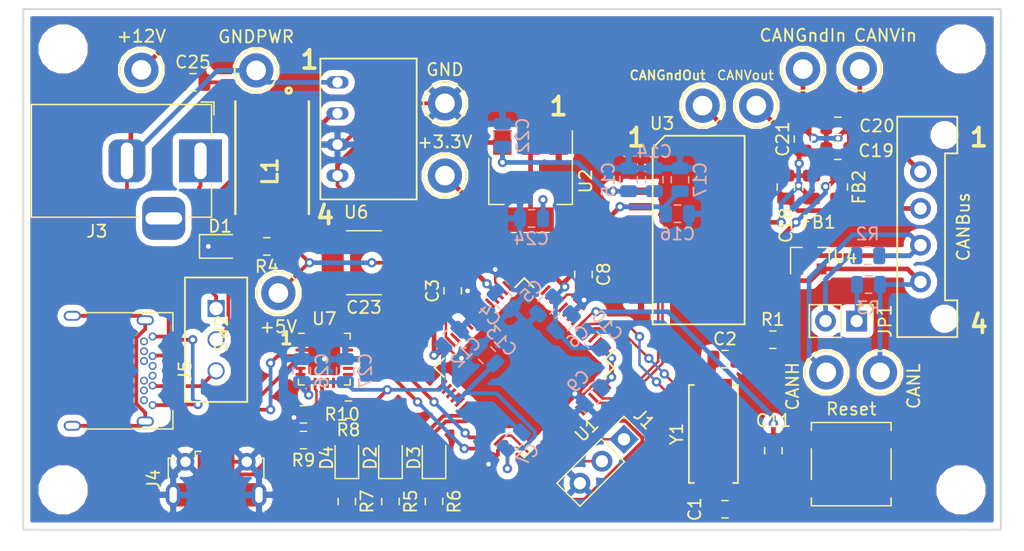
<source format=kicad_pcb>
(kicad_pcb (version 20171130) (host pcbnew "(5.0.2)-1")
  (layers (0 F.Cu signal) (31 B.Cu signal) (34 B.Paste user) (35 F.Paste user) (36 B.SilkS user) (37 F.SilkS user) (38 B.Mask user) (39 F.Mask user) (44 Edge.Cuts user))
  (net 0 "")
  (net 1 /OSC_OUT)
  (net 2 GND)
  (net 3 /OSC_IN)
  (net 4 "Net-(C3-Pad1)")
  (net 5 +3V3)
  (net 6 /NRST)
  (net 7 +5V)
  (net 8 "Net-(C18-Pad2)")
  (net 9 "Net-(C18-Pad1)")
  (net 10 "Net-(C19-Pad1)")
  (net 11 "Net-(C19-Pad2)")
  (net 12 "Net-(C23-Pad2)")
  (net 13 GNDPWR)
  (net 14 +12V)
  (net 15 "Net-(D1-Pad2)")
  (net 16 /PC8)
  (net 17 "Net-(D2-Pad1)")
  (net 18 "Net-(D3-Pad1)")
  (net 19 /PC9)
  (net 20 /PC10)
  (net 21 "Net-(D4-Pad1)")
  (net 22 /SWCLK)
  (net 23 /SWDIO)
  (net 24 /CAN/CAN_H)
  (net 25 /CAN/TERM_H)
  (net 26 /CAN/TERM_L)
  (net 27 /CAN/RSlope)
  (net 28 /CAN1_RX)
  (net 29 /CAN1_TX)
  (net 30 "Net-(J4-Pad2)")
  (net 31 "Net-(J4-Pad1)")
  (net 32 "Net-(J4-Pad3)")
  (net 33 "Net-(R8-Pad2)")
  (net 34 "Net-(R10-Pad1)")
  (net 35 /USB_RX)
  (net 36 /USB_TX)
  (net 37 /CAN/CAN_L)
  (net 38 "Net-(J3-Pad1)")
  (net 39 "Net-(J4-Pad4)")
  (net 40 "Net-(J5-PadS1)")
  (net 41 "Net-(J5-PadA2)")
  (net 42 "Net-(J5-PadA3)")
  (net 43 "Net-(J5-PadA4)")
  (net 44 "Net-(J5-PadA5)")
  (net 45 "Net-(J5-PadA6)")
  (net 46 "Net-(J5-PadA7)")
  (net 47 "Net-(J5-PadA10)")
  (net 48 "Net-(J5-PadA8)")
  (net 49 "Net-(J5-PadA11)")
  (net 50 "Net-(J5-PadB6)")
  (net 51 "Net-(J5-PadB7)")
  (net 52 "Net-(J5-PadB2)")
  (net 53 "Net-(J5-PadB3)")
  (net 54 "Net-(J5-PadB5)")
  (net 55 "Net-(J5-PadB8)")
  (net 56 "Net-(J5-PadB10)")
  (net 57 "Net-(J5-PadB11)")
  (net 58 "Net-(U1-Pad2)")
  (net 59 "Net-(U1-Pad3)")
  (net 60 "Net-(U1-Pad4)")
  (net 61 "Net-(U1-Pad8)")
  (net 62 "Net-(U1-Pad9)")
  (net 63 "Net-(U1-Pad10)")
  (net 64 "Net-(U1-Pad11)")
  (net 65 "Net-(U1-Pad14)")
  (net 66 "Net-(U1-Pad15)")
  (net 67 "Net-(U1-Pad16)")
  (net 68 "Net-(U1-Pad17)")
  (net 69 "Net-(U1-Pad20)")
  (net 70 "Net-(U1-Pad21)")
  (net 71 "Net-(U1-Pad22)")
  (net 72 "Net-(U1-Pad23)")
  (net 73 "Net-(U1-Pad24)")
  (net 74 "Net-(U1-Pad25)")
  (net 75 "Net-(U1-Pad26)")
  (net 76 "Net-(U1-Pad27)")
  (net 77 "Net-(U1-Pad28)")
  (net 78 "Net-(U1-Pad29)")
  (net 79 "Net-(U1-Pad33)")
  (net 80 "Net-(U1-Pad34)")
  (net 81 "Net-(U1-Pad35)")
  (net 82 "Net-(U1-Pad36)")
  (net 83 "Net-(U1-Pad37)")
  (net 84 "Net-(U1-Pad38)")
  (net 85 "Net-(U1-Pad41)")
  (net 86 "Net-(U1-Pad42)")
  (net 87 "Net-(U1-Pad43)")
  (net 88 "Net-(U1-Pad50)")
  (net 89 "Net-(U1-Pad52)")
  (net 90 "Net-(U1-Pad53)")
  (net 91 "Net-(U1-Pad54)")
  (net 92 "Net-(U1-Pad55)")
  (net 93 "Net-(U1-Pad56)")
  (net 94 "Net-(U1-Pad57)")
  (net 95 "Net-(U1-Pad58)")
  (net 96 "Net-(U1-Pad59)")
  (net 97 "Net-(U3-Pad6)")
  (net 98 "Net-(U3-Pad8)")
  (net 99 "Net-(U3-Pad9)")
  (net 100 "Net-(U3-Pad17)")
  (net 101 "Net-(U7-Pad1)")
  (net 102 "Net-(U7-Pad10)")
  (net 103 "Net-(U7-Pad11)")
  (net 104 "Net-(U7-Pad12)")
  (net 105 "Net-(U7-Pad13)")
  (net 106 "Net-(U7-Pad14)")
  (net 107 "Net-(U7-Pad15)")
  (net 108 "Net-(U7-Pad16)")
  (net 109 "Net-(U7-Pad17)")
  (net 110 "Net-(U7-Pad18)")
  (net 111 "Net-(U7-Pad19)")
  (net 112 "Net-(U7-Pad22)")
  (net 113 "Net-(U7-Pad23)")
  (net 114 "Net-(U7-Pad24)")
  (module Common:TS01CQE (layer F.Cu) (at 59.69 105.41)
    (fp_text reference SW2 (at 2.989187 4.580061 90) (layer F.SilkS))
    (fp_text value SW_SPDT)
    (pad 1 thru_hole rect (at 2.54 2.54) (size 1.4 1.4) (drill 1.09) (layers *.Cu *.Mask) (net 38 "Net-(J3-Pad1)"))
    (pad 2 thru_hole circle (at 2.54 5.08) (size 1.4 1.4) (drill 1.09) (layers *.Cu *.Mask) (net 14 +12V))
    (pad 3 thru_hole circle (at 2.54 7.62) (size 1.4 1.4) (drill 1.09) (layers *.Cu *.Mask) (net 43 "Net-(J5-PadA4)"))
  )
  (module Capacitor_SMD:C_0805_2012Metric (layer F.Cu) (at 103.744 124.333)
    (fp_text reference C1 (at -2.4615 0 -270) (layer F.SilkS))
    (fp_text value 6pF)
    (pad 1 smd roundrect (at -0.9375 0) (size 0.975 1.4) (layers F.Cu F.Paste F.Mask) (net 1 /OSC_OUT))
    (pad 2 smd roundrect (at 0.9375 0) (size 0.975 1.4) (layers F.Cu F.Paste F.Mask) (net 2 GND))
  )
  (module Capacitor_SMD:C_0805_2012Metric (layer F.Cu) (at 103.744 112.0775)
    (fp_text reference C2 (at 0 -1.65) (layer F.SilkS))
    (fp_text value 6pF)
    (pad 1 smd roundrect (at -0.9375 0) (size 0.975 1.4) (layers F.Cu F.Paste F.Mask) (net 3 /OSC_IN))
    (pad 2 smd roundrect (at 0.9375 0) (size 0.975 1.4) (layers F.Cu F.Paste F.Mask) (net 2 GND))
  )
  (module Capacitor_SMD:C_0805_2012Metric (layer F.Cu) (at 81.534 106.5045 90)
    (fp_text reference C3 (at 0 -1.65 90) (layer F.SilkS))
    (fp_text value "2.2 uF")
    (pad 2 smd roundrect (at 0.9375 0 90) (size 0.975 1.4) (layers F.Cu F.Paste F.Mask) (net 2 GND))
    (pad 1 smd roundrect (at -0.9375 0 90) (size 0.975 1.4) (layers F.Cu F.Paste F.Mask) (net 4 "Net-(C3-Pad1)"))
  )
  (module Capacitor_SMD:C_0805_2012Metric (layer B.Cu) (at 85.697087 107.287087 315)
    (fp_text reference C4 (at 0 1.65 315) (layer B.SilkS) (effects (justify mirror)))
    (fp_text value 0.1uF)
    (pad 1 smd roundrect (at -0.937501 0 315) (size 0.975 1.4) (layers B.Cu B.Paste B.Mask) (net 5 +3V3))
    (pad 2 smd roundrect (at 0.937501 0 315) (size 0.975 1.4) (layers B.Cu B.Paste B.Mask) (net 2 GND))
  )
  (module Capacitor_SMD:C_0805_2012Metric (layer B.Cu) (at 89.154 107.696 225)
    (fp_text reference C5 (at 0 1.65 225) (layer B.SilkS) (effects (justify mirror)))
    (fp_text value 0.1uF)
    (pad 1 smd roundrect (at -0.937501 0 225) (size 0.975 1.4) (layers B.Cu B.Paste B.Mask) (net 5 +3V3))
    (pad 2 smd roundrect (at 0.937501 0 225) (size 0.975 1.4) (layers B.Cu B.Paste B.Mask) (net 2 GND))
  )
  (module Capacitor_SMD:C_0805_2012Metric (layer B.Cu) (at 90.578913 109.065087 45)
    (fp_text reference C6 (at 0 1.65 45) (layer B.SilkS) (effects (justify mirror)))
    (fp_text value 0.1uF)
    (pad 1 smd roundrect (at -0.937501 0 45) (size 0.975 1.4) (layers B.Cu B.Paste B.Mask) (net 5 +3V3))
    (pad 2 smd roundrect (at 0.937501 0 45) (size 0.975 1.4) (layers B.Cu B.Paste B.Mask) (net 2 GND))
  )
  (module Capacitor_SMD:C_0805_2012Metric (layer B.Cu) (at 86.514913 118.717087 45)
    (fp_text reference C7 (at 0 1.65 45) (layer B.SilkS) (effects (justify mirror)))
    (fp_text value 0.1uF)
    (pad 2 smd roundrect (at 0.937501 0 45) (size 0.975 1.4) (layers B.Cu B.Paste B.Mask) (net 2 GND))
    (pad 1 smd roundrect (at -0.937501 0 45) (size 0.975 1.4) (layers B.Cu B.Paste B.Mask) (net 5 +3V3))
  )
  (module Capacitor_SMD:C_0805_2012Metric (layer F.Cu) (at 92.202 105.156 270)
    (fp_text reference C8 (at 0 -1.65 270) (layer F.SilkS))
    (fp_text value 1uF)
    (pad 2 smd roundrect (at 0.9375 0 270) (size 0.975 1.4) (layers F.Cu F.Paste F.Mask) (net 2 GND))
    (pad 1 smd roundrect (at -0.9375 0 270) (size 0.975 1.4) (layers F.Cu F.Paste F.Mask) (net 5 +3V3))
  )
  (module Capacitor_SMD:C_0805_2012Metric (layer B.Cu) (at 92.964 115.062 225)
    (fp_text reference C9 (at 0 1.65 225) (layer B.SilkS) (effects (justify mirror)))
    (fp_text value 0.1uF)
    (pad 1 smd roundrect (at -0.937501 0 225) (size 0.975 1.4) (layers B.Cu B.Paste B.Mask) (net 5 +3V3))
    (pad 2 smd roundrect (at 0.937501 0 225) (size 0.975 1.4) (layers B.Cu B.Paste B.Mask) (net 2 GND))
  )
  (module Capacitor_SMD:C_0805_2012Metric (layer B.Cu) (at 92.964 110.49 135)
    (fp_text reference C10 (at 0 1.65 135) (layer B.SilkS) (effects (justify mirror)))
    (fp_text value 0.1uF)
    (pad 2 smd roundrect (at 0.937501 0 135) (size 0.975 1.4) (layers B.Cu B.Paste B.Mask) (net 2 GND))
    (pad 1 smd roundrect (at -0.937501 0 135) (size 0.975 1.4) (layers B.Cu B.Paste B.Mask) (net 5 +3V3))
  )
  (module Capacitor_SMD:C_0805_2012Metric (layer F.Cu) (at 107.696 119.5555 270)
    (fp_text reference C11 (at -2.4615 0) (layer F.SilkS))
    (fp_text value 0.1uF)
    (pad 2 smd roundrect (at 0.9375 0 270) (size 0.975 1.4) (layers F.Cu F.Paste F.Mask) (net 2 GND))
    (pad 1 smd roundrect (at -0.9375 0 270) (size 0.975 1.4) (layers F.Cu F.Paste F.Mask) (net 6 /NRST))
  )
  (module Capacitor_SMD:C_0805_2012Metric (layer B.Cu) (at 81.434913 110.335087 45)
    (fp_text reference C12 (at 0 1.65 45) (layer B.SilkS) (effects (justify mirror)))
    (fp_text value 0.1uF)
    (pad 2 smd roundrect (at 0.937501 0 45) (size 0.975 1.4) (layers B.Cu B.Paste B.Mask) (net 2 GND))
    (pad 1 smd roundrect (at -0.937501 0 45) (size 0.975 1.4) (layers B.Cu B.Paste B.Mask) (net 5 +3V3))
  )
  (module Capacitor_SMD:C_0805_2012Metric (layer B.Cu) (at 84.328 111.76 135)
    (fp_text reference C13 (at 0 1.65 135) (layer B.SilkS) (effects (justify mirror)))
    (fp_text value 4.7uF)
    (pad 2 smd roundrect (at 0.937501 0 135) (size 0.975 1.4) (layers B.Cu B.Paste B.Mask) (net 2 GND))
    (pad 1 smd roundrect (at -0.937501 0 135) (size 0.975 1.4) (layers B.Cu B.Paste B.Mask) (net 5 +3V3))
  )
  (module Capacitor_SMD:C_0805_2012Metric (layer B.Cu) (at 97.9805 97.424 90)
    (fp_text reference C14 (at 2.301 0 180) (layer B.SilkS) (effects (justify mirror)))
    (fp_text value 0.1uF)
    (pad 2 smd roundrect (at 0.9375 0 90) (size 0.975 1.4) (layers B.Cu B.Paste B.Mask) (net 2 GND))
    (pad 1 smd roundrect (at -0.9375 0 90) (size 0.975 1.4) (layers B.Cu B.Paste B.Mask) (net 7 +5V))
  )
  (module Capacitor_SMD:C_0805_2012Metric (layer B.Cu) (at 95.885 97.424 90)
    (fp_text reference C15 (at 0 -1.651 90) (layer B.SilkS) (effects (justify mirror)))
    (fp_text value 0.1uF)
    (pad 1 smd roundrect (at -0.9375 0 90) (size 0.975 1.4) (layers B.Cu B.Paste B.Mask) (net 7 +5V))
    (pad 2 smd roundrect (at 0.9375 0 90) (size 0.975 1.4) (layers B.Cu B.Paste B.Mask) (net 2 GND))
  )
  (module Capacitor_SMD:C_0805_2012Metric (layer B.Cu) (at 99.8705 100.203)
    (fp_text reference C16 (at 0 1.65) (layer B.SilkS) (effects (justify mirror)))
    (fp_text value 0.1uF)
    (pad 2 smd roundrect (at 0.9375 0) (size 0.975 1.4) (layers B.Cu B.Paste B.Mask) (net 2 GND))
    (pad 1 smd roundrect (at -0.9375 0) (size 0.975 1.4) (layers B.Cu B.Paste B.Mask) (net 5 +3V3))
  )
  (module Capacitor_SMD:C_0805_2012Metric (layer B.Cu) (at 100.076 97.424 90)
    (fp_text reference C17 (at 0 1.65 90) (layer B.SilkS) (effects (justify mirror)))
    (fp_text value 0.1uF)
    (pad 1 smd roundrect (at -0.9375 0 90) (size 0.975 1.4) (layers B.Cu B.Paste B.Mask) (net 5 +3V3))
    (pad 2 smd roundrect (at 0.9375 0 90) (size 0.975 1.4) (layers B.Cu B.Paste B.Mask) (net 2 GND))
  )
  (module Capacitor_SMD:C_0805_2012Metric (layer F.Cu) (at 108.712 98.029 270)
    (fp_text reference C18 (at 3.1265 0 90) (layer F.SilkS))
    (fp_text value 10uf)
    (pad 2 smd roundrect (at 0.9375 0 270) (size 0.975 1.4) (layers F.Cu F.Paste F.Mask) (net 8 "Net-(C18-Pad2)"))
    (pad 1 smd roundrect (at -0.9375 0 270) (size 0.975 1.4) (layers F.Cu F.Paste F.Mask) (net 9 "Net-(C18-Pad1)"))
  )
  (module Capacitor_SMD:C_0805_2012Metric (layer F.Cu) (at 112.9515 95.0595)
    (fp_text reference C19 (at 3.1265 0) (layer F.SilkS))
    (fp_text value 0.22uF)
    (pad 1 smd roundrect (at -0.9375 0) (size 0.975 1.4) (layers F.Cu F.Paste F.Mask) (net 10 "Net-(C19-Pad1)"))
    (pad 2 smd roundrect (at 0.9375 0) (size 0.975 1.4) (layers F.Cu F.Paste F.Mask) (net 11 "Net-(C19-Pad2)"))
  )
  (module Capacitor_SMD:C_0805_2012Metric (layer F.Cu) (at 112.9515 93.0275)
    (fp_text reference C20 (at 3.19 0) (layer F.SilkS))
    (fp_text value 0.1uF)
    (pad 2 smd roundrect (at 0.9375 0) (size 0.975 1.4) (layers F.Cu F.Paste F.Mask) (net 11 "Net-(C19-Pad2)"))
    (pad 1 smd roundrect (at -0.9375 0) (size 0.975 1.4) (layers F.Cu F.Paste F.Mask) (net 10 "Net-(C19-Pad1)"))
  )
  (module Capacitor_SMD:C_0805_2012Metric (layer F.Cu) (at 110.109 94.107 90)
    (fp_text reference C21 (at 0 -1.65 90) (layer F.SilkS))
    (fp_text value 0.01uF)
    (pad 1 smd roundrect (at -0.9375 0 90) (size 0.975 1.4) (layers F.Cu F.Paste F.Mask) (net 10 "Net-(C19-Pad1)"))
    (pad 2 smd roundrect (at 0.9375 0 90) (size 0.975 1.4) (layers F.Cu F.Paste F.Mask) (net 11 "Net-(C19-Pad2)"))
  )
  (module Capacitor_SMD:C_0805_2012Metric (layer B.Cu) (at 85.598 93.8045 90)
    (fp_text reference C22 (at 0 1.65 90) (layer B.SilkS) (effects (justify mirror)))
    (fp_text value 0.1uF)
    (pad 1 smd roundrect (at -0.9375 0 90) (size 0.975 1.4) (layers B.Cu B.Paste B.Mask) (net 7 +5V))
    (pad 2 smd roundrect (at 0.9375 0 90) (size 0.975 1.4) (layers B.Cu B.Paste B.Mask) (net 2 GND))
  )
  (module Capacitor_SMD:C_2220_5650Metric (layer F.Cu) (at 74.295 104.2035 180)
    (fp_text reference C23 (at 0 -3.65 180) (layer F.SilkS))
    (fp_text value 470pF)
    (pad 2 smd roundrect (at 2.55 0 180) (size 1.8 5.4) (layers F.Cu F.Paste F.Mask) (roundrect_rratio 0.138889) (net 12 "Net-(C23-Pad2)"))
    (pad 1 smd roundrect (at -2.55 0 180) (size 1.8 5.4) (layers F.Cu F.Paste F.Mask) (roundrect_rratio 0.138889) (net 7 +5V))
  )
  (module Capacitor_SMD:C_0805_2012Metric (layer B.Cu) (at 87.9625 100.584 180)
    (fp_text reference C24 (at 0.015 -1.651 180) (layer B.SilkS) (effects (justify mirror)))
    (fp_text value 10uF)
    (pad 2 smd roundrect (at 0.9375 0 180) (size 0.975 1.4) (layers B.Cu B.Paste B.Mask) (net 2 GND))
    (pad 1 smd roundrect (at -0.9375 0 180) (size 0.975 1.4) (layers B.Cu B.Paste B.Mask) (net 5 +3V3))
  )
  (module Capacitor_SMD:C_0805_2012Metric (layer F.Cu) (at 60.34 89.4715 180)
    (fp_text reference C25 (at 0 1.651 180) (layer F.SilkS))
    (fp_text value 4.7uF)
    (pad 1 smd roundrect (at -0.9375 0 180) (size 0.975 1.4) (layers F.Cu F.Paste F.Mask) (net 14 +12V))
    (pad 2 smd roundrect (at 0.9375 0 180) (size 0.975 1.4) (layers F.Cu F.Paste F.Mask) (net 13 GNDPWR))
  )
  (module Capacitor_SMD:C_0805_2012Metric (layer B.Cu) (at 69.215 113.015 90)
    (fp_text reference C26 (at 0 1.65 90) (layer B.SilkS) (effects (justify mirror)))
    (fp_text value 4.7uF)
    (pad 2 smd roundrect (at 0.9375 0 90) (size 0.975 1.4) (layers B.Cu B.Paste B.Mask) (net 2 GND))
    (pad 1 smd roundrect (at -0.9375 0 90) (size 0.975 1.4) (layers B.Cu B.Paste B.Mask) (net 5 +3V3))
  )
  (module Capacitor_SMD:C_0805_2012Metric (layer B.Cu) (at 72.771 113.015 90)
    (fp_text reference C27 (at 0 1.65 90) (layer B.SilkS) (effects (justify mirror)))
    (fp_text value 0.1uF)
    (pad 1 smd roundrect (at -0.9375 0 90) (size 0.975 1.4) (layers B.Cu B.Paste B.Mask) (net 5 +3V3))
    (pad 2 smd roundrect (at 0.9375 0 90) (size 0.975 1.4) (layers B.Cu B.Paste B.Mask) (net 2 GND))
  )
  (module LED_SMD:LED_0805_2012Metric (layer F.Cu) (at 62.5625 102.87)
    (fp_text reference D1 (at 0 -1.65) (layer F.SilkS))
    (fp_text value LED)
    (pad 1 smd roundrect (at -0.9375 0) (size 0.975 1.4) (layers F.Cu F.Paste F.Mask) (net 2 GND))
    (pad 2 smd roundrect (at 0.9375 0) (size 0.975 1.4) (layers F.Cu F.Paste F.Mask) (net 15 "Net-(D1-Pad2)"))
  )
  (module LED_SMD:LED_0805_2012Metric (layer F.Cu) (at 76.454 120.142 90)
    (fp_text reference D2 (at 0 -1.65 90) (layer F.SilkS))
    (fp_text value LED)
    (pad 2 smd roundrect (at 0.9375 0 90) (size 0.975 1.4) (layers F.Cu F.Paste F.Mask) (net 16 /PC8))
    (pad 1 smd roundrect (at -0.9375 0 90) (size 0.975 1.4) (layers F.Cu F.Paste F.Mask) (net 17 "Net-(D2-Pad1)"))
  )
  (module LED_SMD:LED_0805_2012Metric (layer F.Cu) (at 80.01 120.142 90)
    (fp_text reference D3 (at 0 -1.65 90) (layer F.SilkS))
    (fp_text value LED)
    (pad 1 smd roundrect (at -0.9375 0 90) (size 0.975 1.4) (layers F.Cu F.Paste F.Mask) (net 18 "Net-(D3-Pad1)"))
    (pad 2 smd roundrect (at 0.9375 0 90) (size 0.975 1.4) (layers F.Cu F.Paste F.Mask) (net 19 /PC9))
  )
  (module LED_SMD:LED_0805_2012Metric (layer F.Cu) (at 72.898 120.142 90)
    (fp_text reference D4 (at 0 -1.65 90) (layer F.SilkS))
    (fp_text value LED)
    (pad 2 smd roundrect (at 0.9375 0 90) (size 0.975 1.4) (layers F.Cu F.Paste F.Mask) (net 20 /PC10))
    (pad 1 smd roundrect (at -0.9375 0 90) (size 0.975 1.4) (layers F.Cu F.Paste F.Mask) (net 21 "Net-(D4-Pad1)"))
  )
  (module Inductor_SMD:L_0805_2012Metric (layer F.Cu) (at 110.8075 98.029 270)
    (fp_text reference FB1 (at 2.8725 -0.5715 180) (layer F.SilkS))
    (fp_text value Ferrite_Bead_Small)
    (pad 2 smd roundrect (at 0.9375 0 270) (size 0.975 1.4) (layers F.Cu F.Paste F.Mask) (net 10 "Net-(C19-Pad1)"))
    (pad 1 smd roundrect (at -0.9375 0 270) (size 0.975 1.4) (layers F.Cu F.Paste F.Mask) (net 9 "Net-(C18-Pad1)"))
  )
  (module Inductor_SMD:L_0805_2012Metric (layer F.Cu) (at 113.03 98.029 270)
    (fp_text reference FB2 (at 0 -1.65 270) (layer F.SilkS))
    (fp_text value Ferrite_Bead_Small)
    (pad 1 smd roundrect (at -0.9375 0 270) (size 0.975 1.4) (layers F.Cu F.Paste F.Mask) (net 11 "Net-(C19-Pad2)"))
    (pad 2 smd roundrect (at 0.9375 0 270) (size 0.975 1.4) (layers F.Cu F.Paste F.Mask) (net 8 "Net-(C18-Pad2)"))
  )
  (module Connector_PinHeader_2.54mm:PinHeader_1x03_P2.54mm_Vertical (layer F.Cu) (at 95.504 118.618 315)
    (fp_text reference J1 (at 0 -2.33 315) (layer F.SilkS))
    (fp_text value Conn_01x03)
    (pad 1 thru_hole rect (at 0 0 315) (size 1.7 1.7) (drill 1) (layers *.Cu *.Mask) (net 22 /SWCLK))
    (pad 2 thru_hole oval (at 0 2.54 315) (size 1.7 1.7) (drill 1) (layers *.Cu *.Mask) (net 23 /SWDIO))
    (pad 3 thru_hole oval (at 0 5.079999 315) (size 1.7 1.7) (drill 1) (layers *.Cu *.Mask) (net 2 GND))
  )
  (module UTSVT_Connectors:Molex_MicroFit3.0_1x4xP3.00mm_PolarizingPeg_Vertical (layer F.Cu) (at 119.6975 96.774 270)
    (fp_text reference CANBus (at 4.5 -3.5 270) (layer F.SilkS))
    (fp_text value CAN_Out)
    (pad 4 thru_hole circle (at 9 0 270) (size 1.7 1.7) (drill 1.02) (layers *.Cu *.Mask) (net 37 /CAN/CAN_L))
    (pad "" np_thru_hole circle (at 12 -1.96 270) (size 1.27 1.27) (drill 1.27) (layers *.Cu *.Mask))
    (pad 1 thru_hole circle (at 0 0 270) (size 1.7 1.7) (drill 1.02) (layers *.Cu *.Mask) (net 10 "Net-(C19-Pad1)"))
    (pad 2 thru_hole circle (at 3 0 270) (size 1.7 1.7) (drill 1.02) (layers *.Cu *.Mask) (net 11 "Net-(C19-Pad2)"))
    (pad 3 thru_hole circle (at 6 0 270) (size 1.7 1.7) (drill 1.02) (layers *.Cu *.Mask) (net 24 /CAN/CAN_H))
    (pad "" np_thru_hole circle (at -3 -1.96 270) (size 1.27 1.27) (drill 1.27) (layers *.Cu *.Mask))
  )
  (module Connector_BarrelJack:BarrelJack_Horizontal (layer F.Cu) (at 60.96 95.885)
    (fp_text reference J3 (at -8.45 5.75) (layer F.SilkS))
    (fp_text value Barrel_Jack)
    (pad 1 thru_hole rect (at 0 0) (size 3.5 3.5) (drill oval 1 3) (layers *.Cu *.Mask) (net 38 "Net-(J3-Pad1)"))
    (pad 2 thru_hole roundrect (at -6 0) (size 3 3.5) (drill oval 1 3) (layers *.Cu *.Mask) (net 13 GNDPWR))
    (pad 3 thru_hole roundrect (at -3 4.7) (size 3.5 3.5) (drill oval 3 1) (layers *.Cu *.Mask))
  )
  (module Connector_USB:USB_Micro-B_Molex-105017-0001 (layer F.Cu) (at 62.23 121.92)
    (fp_text reference J4 (at -5.1035 -0.002 -270) (layer F.SilkS))
    (fp_text value USB_B_Micro)
    (pad 6 smd rect (at 1 1.2375) (size 1.5 1.9) (layers F.Cu F.Paste F.Mask) (net 2 GND))
    (pad 6 thru_hole circle (at -2.5 -1.4625) (size 1.45 1.45) (drill 0.85) (layers *.Cu *.Mask) (net 2 GND))
    (pad 2 smd rect (at -0.65 -1.4625) (size 0.4 1.35) (layers F.Cu F.Paste F.Mask) (net 30 "Net-(J4-Pad2)"))
    (pad 1 smd rect (at -1.3 -1.4625) (size 0.4 1.35) (layers F.Cu F.Paste F.Mask) (net 31 "Net-(J4-Pad1)"))
    (pad 5 smd rect (at 1.3 -1.4625) (size 0.4 1.35) (layers F.Cu F.Paste F.Mask) (net 2 GND))
    (pad 4 smd rect (at 0.65 -1.4625) (size 0.4 1.35) (layers F.Cu F.Paste F.Mask) (net 39 "Net-(J4-Pad4)"))
    (pad 3 smd rect (at 0 -1.4625) (size 0.4 1.35) (layers F.Cu F.Paste F.Mask) (net 32 "Net-(J4-Pad3)"))
    (pad 6 thru_hole circle (at 2.5 -1.4625) (size 1.45 1.45) (drill 0.85) (layers *.Cu *.Mask) (net 2 GND))
    (pad 6 smd rect (at -1 1.2375) (size 1.5 1.9) (layers F.Cu F.Paste F.Mask) (net 2 GND))
    (pad 6 thru_hole oval (at -3.5 1.2375 180) (size 1.2 1.9) (drill oval 0.6 1.3) (layers *.Cu *.Mask) (net 2 GND))
    (pad 6 thru_hole oval (at 3.5 1.2375) (size 1.2 1.9) (drill oval 0.6 1.3) (layers *.Cu *.Mask) (net 2 GND))
    (pad 6 smd rect (at 2.9 1.2375) (size 1.2 1.9) (layers F.Cu F.Mask) (net 2 GND))
    (pad 6 smd rect (at -2.9 1.2375) (size 1.2 1.9) (layers F.Cu F.Mask) (net 2 GND))
  )
  (module Connector_PinHeader_2.54mm:PinHeader_1x02_P2.54mm_Vertical (layer F.Cu) (at 114.4905 108.966 270)
    (fp_text reference JP1 (at 0 -2.33 270) (layer F.SilkS))
    (fp_text value "Termination Resistors")
    (pad 1 thru_hole rect (at 0 0 270) (size 1.7 1.7) (drill 1) (layers *.Cu *.Mask) (net 26 /CAN/TERM_L))
    (pad 2 thru_hole oval (at 0 2.54 270) (size 1.7 1.7) (drill 1) (layers *.Cu *.Mask) (net 25 /CAN/TERM_H))
  )
  (module UTSVT_BPS:SRF0905A (layer F.Cu) (at 66.802 95.631 270)
    (fp_text reference L1 (at 1.127 0.168 270) (layer F.SilkS) (effects (font (size 1.27 1.27) (thickness 0.254))))
    (fp_text value 10uH hide)
    (pad 1 smd rect (at -3.75 -1.27) (size 1.2 2) (layers F.Cu F.Paste F.Mask) (net 14 +12V))
    (pad 2 smd rect (at -3.75 1.27) (size 1.2 2) (layers F.Cu F.Paste F.Mask) (net 14 +12V))
    (pad 3 smd rect (at 3.75 1.27) (size 1.2 2) (layers F.Cu F.Paste F.Mask) (net 12 "Net-(C23-Pad2)"))
    (pad 4 smd rect (at 3.75 -1.27) (size 1.2 2) (layers F.Cu F.Paste F.Mask) (net 12 "Net-(C23-Pad2)"))
  )
  (module MountingHole:MountingHole_3mm (layer F.Cu) (at 49.75 122.75)
    (fp_text reference MH1 hide)
    (fp_text value MountingHole)
    (pad 1 np_thru_hole circle (at 0 0) (size 3 3) (drill 3) (layers *.Cu *.Mask))
  )
  (module MountingHole:MountingHole_3mm (layer F.Cu) (at 123 122.75)
    (fp_text reference MH2 hide)
    (fp_text value MountingHole)
    (pad 1 np_thru_hole circle (at 0 0) (size 3 3) (drill 3) (layers *.Cu *.Mask))
  )
  (module MountingHole:MountingHole_3mm (layer F.Cu) (at 123 86.75)
    (fp_text reference MH3 hide)
    (fp_text value MountingHole)
    (pad 1 np_thru_hole circle (at 0 0) (size 3 3) (drill 3) (layers *.Cu *.Mask))
  )
  (module MountingHole:MountingHole_3mm (layer F.Cu) (at 49.75 86.75)
    (fp_text reference MH4 hide)
    (fp_text value MountingHole)
    (pad 1 np_thru_hole circle (at 0 0) (size 3 3) (drill 3) (layers *.Cu *.Mask))
  )
  (module Resistor_SMD:R_0805_2012Metric (layer F.Cu) (at 107.6475 110.49)
    (fp_text reference R1 (at 0 -1.65) (layer F.SilkS))
    (fp_text value 0)
    (pad 1 smd roundrect (at -0.9375 0) (size 0.975 1.4) (layers F.Cu F.Paste F.Mask) (net 11 "Net-(C19-Pad2)"))
    (pad 2 smd roundrect (at 0.9375 0) (size 0.975 1.4) (layers F.Cu F.Paste F.Mask) (net 27 /CAN/RSlope))
  )
  (module Resistor_SMD:R_0805_2012Metric (layer B.Cu) (at 115.3945 103.632)
    (fp_text reference R2 (at -0.015 -1.778) (layer B.SilkS) (effects (justify mirror)))
    (fp_text value 60)
    (pad 2 smd roundrect (at 0.9375 0) (size 0.975 1.4) (layers B.Cu B.Paste B.Mask) (net 24 /CAN/CAN_H))
    (pad 1 smd roundrect (at -0.9375 0) (size 0.975 1.4) (layers B.Cu B.Paste B.Mask) (net 25 /CAN/TERM_H))
  )
  (module Resistor_SMD:R_0805_2012Metric (layer B.Cu) (at 115.458 105.9815 180)
    (fp_text reference R3 (at 0.015 -1.905 180) (layer B.SilkS) (effects (justify mirror)))
    (fp_text value 60)
    (pad 1 smd roundrect (at -0.9375 0 180) (size 0.975 1.4) (layers B.Cu B.Paste B.Mask) (net 37 /CAN/CAN_L))
    (pad 2 smd roundrect (at 0.9375 0 180) (size 0.975 1.4) (layers B.Cu B.Paste B.Mask) (net 26 /CAN/TERM_L))
  )
  (module Resistor_SMD:R_0805_2012Metric (layer F.Cu) (at 66.3725 102.87 180)
    (fp_text reference R4 (at 0 -1.65 180) (layer F.SilkS))
    (fp_text value 1.5k)
    (pad 2 smd roundrect (at 0.9375 0 180) (size 0.975 1.4) (layers F.Cu F.Paste F.Mask) (net 15 "Net-(D1-Pad2)"))
    (pad 1 smd roundrect (at -0.9375 0 180) (size 0.975 1.4) (layers F.Cu F.Paste F.Mask) (net 7 +5V))
  )
  (module Resistor_SMD:R_0805_2012Metric (layer F.Cu) (at 76.454 123.698 270)
    (fp_text reference R5 (at 0 -1.65 270) (layer F.SilkS))
    (fp_text value 750)
    (pad 2 smd roundrect (at 0.9375 0 270) (size 0.975 1.4) (layers F.Cu F.Paste F.Mask) (net 2 GND))
    (pad 1 smd roundrect (at -0.9375 0 270) (size 0.975 1.4) (layers F.Cu F.Paste F.Mask) (net 17 "Net-(D2-Pad1)"))
  )
  (module Resistor_SMD:R_0805_2012Metric (layer F.Cu) (at 80.01 123.698 270)
    (fp_text reference R6 (at 0 -1.65 270) (layer F.SilkS))
    (fp_text value 750)
    (pad 1 smd roundrect (at -0.9375 0 270) (size 0.975 1.4) (layers F.Cu F.Paste F.Mask) (net 18 "Net-(D3-Pad1)"))
    (pad 2 smd roundrect (at 0.9375 0 270) (size 0.975 1.4) (layers F.Cu F.Paste F.Mask) (net 2 GND))
  )
  (module Resistor_SMD:R_0805_2012Metric (layer F.Cu) (at 72.898 123.698 270)
    (fp_text reference R7 (at 0 -1.65 270) (layer F.SilkS))
    (fp_text value 750)
    (pad 2 smd roundrect (at 0.9375 0 270) (size 0.975 1.4) (layers F.Cu F.Paste F.Mask) (net 2 GND))
    (pad 1 smd roundrect (at -0.9375 0 270) (size 0.975 1.4) (layers F.Cu F.Paste F.Mask) (net 21 "Net-(D4-Pad1)"))
  )
  (module Resistor_SMD:R_0805_2012Metric (layer F.Cu) (at 73.025 116.205 180)
    (fp_text reference R8 (at 0 -1.65 180) (layer F.SilkS))
    (fp_text value 1k)
    (pad 2 smd roundrect (at 0.9375 0 180) (size 0.975 1.4) (layers F.Cu F.Paste F.Mask) (net 33 "Net-(R8-Pad2)"))
    (pad 1 smd roundrect (at -0.9375 0 180) (size 0.975 1.4) (layers F.Cu F.Paste F.Mask) (net 5 +3V3))
  )
  (module Resistor_SMD:R_0805_2012Metric (layer F.Cu) (at 69.357 118.6815 180)
    (fp_text reference R9 (at 0 -1.65 180) (layer F.SilkS))
    (fp_text value 22.1k)
    (pad 2 smd roundrect (at 0.9375 0 180) (size 0.975 1.4) (layers F.Cu F.Paste F.Mask) (net 31 "Net-(J4-Pad1)"))
    (pad 1 smd roundrect (at -0.9375 0 180) (size 0.975 1.4) (layers F.Cu F.Paste F.Mask) (net 34 "Net-(R10-Pad1)"))
  )
  (module Resistor_SMD:R_0805_2012Metric (layer F.Cu) (at 69.357 116.586 180)
    (fp_text reference R10 (at -3.16 0 180) (layer F.SilkS))
    (fp_text value 47.5k)
    (pad 1 smd roundrect (at -0.9375 0 180) (size 0.975 1.4) (layers F.Cu F.Paste F.Mask) (net 34 "Net-(R10-Pad1)"))
    (pad 2 smd roundrect (at 0.9375 0 180) (size 0.975 1.4) (layers F.Cu F.Paste F.Mask) (net 2 GND))
  )
  (module Button_Switch_SMD:SW_SPST_B3SL-1002P (layer F.Cu) (at 114.046 120.65)
    (fp_text reference Reset (at 0 -4.5) (layer F.SilkS))
    (fp_text value Switch:SW_Push)
    (pad 1 smd rect (at -2.875 -2) (size 2.75 1) (layers F.Cu F.Paste F.Mask) (net 6 /NRST))
    (pad 1 smd rect (at 2.875 -2) (size 2.75 1) (layers F.Cu F.Paste F.Mask) (net 6 /NRST))
    (pad 2 smd rect (at 2.875 2) (size 2.75 1) (layers F.Cu F.Paste F.Mask) (net 2 GND))
    (pad 2 smd rect (at -2.875 2) (size 2.75 1) (layers F.Cu F.Paste F.Mask) (net 2 GND))
  )
  (module TestPoint:TestPoint_Keystone_5005-5009_Compact (layer F.Cu) (at 106.299 91.3765)
    (fp_text reference CANVout (at -0.889 -2.4765) (layer F.SilkS) (effects (font (size 0.75 0.75) (thickness 0.125))))
    (fp_text value CAN_ISO_Vout)
    (pad 1 thru_hole circle (at 0 0) (size 2.8 2.8) (drill 1.6) (layers *.Cu *.Mask) (net 9 "Net-(C18-Pad1)"))
  )
  (module TestPoint:TestPoint_Keystone_5005-5009_Compact (layer F.Cu) (at 114.7445 88.392)
    (fp_text reference CANVin (at 2.0955 -2.75) (layer F.SilkS))
    (fp_text value CAN_ISO_Vin)
    (pad 1 thru_hole circle (at 0 0) (size 2.8 2.8) (drill 1.6) (layers *.Cu *.Mask) (net 10 "Net-(C19-Pad1)"))
  )
  (module TestPoint:TestPoint_Keystone_5005-5009_Compact (layer F.Cu) (at 110.109 88.392)
    (fp_text reference CANGndIn (at 0 -2.75) (layer F.SilkS))
    (fp_text value CAN_ISO_GndIn)
    (pad 1 thru_hole circle (at 0 0) (size 2.8 2.8) (drill 1.6) (layers *.Cu *.Mask) (net 11 "Net-(C19-Pad2)"))
  )
  (module TestPoint:TestPoint_Keystone_5005-5009_Compact (layer F.Cu) (at 101.9175 91.3765)
    (fp_text reference CANGndOut (at -2.8575 -2.4765) (layer F.SilkS) (effects (font (size 0.75 0.75))))
    (fp_text value CAN_ISO_GndOut)
    (pad 1 thru_hole circle (at 0 0) (size 2.8 2.8) (drill 1.6) (layers *.Cu *.Mask) (net 8 "Net-(C18-Pad2)"))
  )
  (module TestPoint:TestPoint_Keystone_5005-5009_Compact (layer F.Cu) (at 112.014 113.157 90)
    (fp_text reference CANH (at -1.143 -2.75 90) (layer F.SilkS))
    (fp_text value CAN_ISO_GndIn)
    (pad 1 thru_hole circle (at 0 0 90) (size 2.8 2.8) (drill 1.6) (layers *.Cu *.Mask) (net 24 /CAN/CAN_H))
  )
  (module TestPoint:TestPoint_Keystone_5005-5009_Compact (layer F.Cu) (at 116.3955 113.157 270)
    (fp_text reference CANL (at 1.143 -2.75 270) (layer F.SilkS))
    (fp_text value CAN_ISO_GndOut)
    (pad 1 thru_hole circle (at 0 0 270) (size 2.8 2.8) (drill 1.6) (layers *.Cu *.Mask) (net 37 /CAN/CAN_L))
  )
  (module TestPoint:TestPoint_Keystone_5005-5009_Compact (layer F.Cu) (at 56.134 88.4555)
    (fp_text reference +12V (at 0 -2.75) (layer F.SilkS))
    (fp_text value +12V_TP)
    (pad 1 thru_hole circle (at 0 0) (size 2.8 2.8) (drill 1.6) (layers *.Cu *.Mask) (net 14 +12V))
  )
  (module TestPoint:TestPoint_Keystone_5005-5009_Compact (layer F.Cu) (at 65.5 88.5)
    (fp_text reference GNDPWR (at 0 -2.75) (layer F.SilkS))
    (fp_text value GNDPWR_TP)
    (pad 1 thru_hole circle (at 0 0) (size 2.8 2.8) (drill 1.6) (layers *.Cu *.Mask) (net 13 GNDPWR))
  )
  (module TestPoint:TestPoint_Keystone_5005-5009_Compact (layer F.Cu) (at 80.899 97.0915)
    (fp_text reference +3.3V (at 0 -2.75) (layer F.SilkS))
    (fp_text value +3.3V_TP)
    (pad 1 thru_hole circle (at 0 0) (size 2.8 2.8) (drill 1.6) (layers *.Cu *.Mask) (net 5 +3V3))
  )
  (module TestPoint:TestPoint_Keystone_5005-5009_Compact (layer F.Cu) (at 67.31 106.68 180)
    (fp_text reference +5V (at 0 -2.75 180) (layer F.SilkS))
    (fp_text value +5V_TP)
    (pad 1 thru_hole circle (at 0 0 180) (size 2.8 2.8) (drill 1.6) (layers *.Cu *.Mask) (net 7 +5V))
  )
  (module TestPoint:TestPoint_Keystone_5005-5009_Compact (layer F.Cu) (at 80.899 91.186)
    (fp_text reference GND (at 0 -2.75) (layer F.SilkS))
    (fp_text value GND_TP)
    (pad 1 thru_hole circle (at 0 0) (size 2.8 2.8) (drill 1.6) (layers *.Cu *.Mask) (net 2 GND))
  )
  (module Package_QFP:LQFP-64_10x10mm_P0.5mm (layer F.Cu) (at 87.376 112.776 225)
    (fp_text reference U1 (at 0 -7.2 225) (layer F.SilkS))
    (fp_text value STM32F413RHTx)
    (pad 1 smd rect (at -5.7 -3.75 225) (size 1 0.25) (layers F.Cu F.Paste F.Mask) (net 5 +3V3))
    (pad 2 smd rect (at -5.7 -3.25 225) (size 1 0.25) (layers F.Cu F.Paste F.Mask) (net 58 "Net-(U1-Pad2)"))
    (pad 3 smd rect (at -5.7 -2.75 225) (size 1 0.25) (layers F.Cu F.Paste F.Mask) (net 59 "Net-(U1-Pad3)"))
    (pad 4 smd rect (at -5.7 -2.25 225) (size 1 0.25) (layers F.Cu F.Paste F.Mask) (net 60 "Net-(U1-Pad4)"))
    (pad 5 smd rect (at -5.7 -1.75 225) (size 1 0.25) (layers F.Cu F.Paste F.Mask) (net 3 /OSC_IN))
    (pad 6 smd rect (at -5.7 -1.25 225) (size 1 0.25) (layers F.Cu F.Paste F.Mask) (net 1 /OSC_OUT))
    (pad 7 smd rect (at -5.7 -0.75 225) (size 1 0.25) (layers F.Cu F.Paste F.Mask) (net 6 /NRST))
    (pad 8 smd rect (at -5.7 -0.25 225) (size 1 0.25) (layers F.Cu F.Paste F.Mask) (net 61 "Net-(U1-Pad8)"))
    (pad 9 smd rect (at -5.7 0.25 225) (size 1 0.25) (layers F.Cu F.Paste F.Mask) (net 62 "Net-(U1-Pad9)"))
    (pad 10 smd rect (at -5.7 0.75 225) (size 1 0.25) (layers F.Cu F.Paste F.Mask) (net 63 "Net-(U1-Pad10)"))
    (pad 11 smd rect (at -5.7 1.25 225) (size 1 0.25) (layers F.Cu F.Paste F.Mask) (net 64 "Net-(U1-Pad11)"))
    (pad 12 smd rect (at -5.7 1.75 225) (size 1 0.25) (layers F.Cu F.Paste F.Mask) (net 2 GND))
    (pad 13 smd rect (at -5.7 2.25 225) (size 1 0.25) (layers F.Cu F.Paste F.Mask) (net 5 +3V3))
    (pad 14 smd rect (at -5.7 2.75 225) (size 1 0.25) (layers F.Cu F.Paste F.Mask) (net 65 "Net-(U1-Pad14)"))
    (pad 15 smd rect (at -5.7 3.25 225) (size 1 0.25) (layers F.Cu F.Paste F.Mask) (net 66 "Net-(U1-Pad15)"))
    (pad 16 smd rect (at -5.7 3.75 225) (size 1 0.25) (layers F.Cu F.Paste F.Mask) (net 67 "Net-(U1-Pad16)"))
    (pad 17 smd rect (at -3.75 5.7 315) (size 1 0.25) (layers F.Cu F.Paste F.Mask) (net 68 "Net-(U1-Pad17)"))
    (pad 18 smd rect (at -3.25 5.7 315) (size 1 0.25) (layers F.Cu F.Paste F.Mask) (net 2 GND))
    (pad 19 smd rect (at -2.75 5.7 315) (size 1 0.25) (layers F.Cu F.Paste F.Mask) (net 5 +3V3))
    (pad 20 smd rect (at -2.25 5.7 315) (size 1 0.25) (layers F.Cu F.Paste F.Mask) (net 69 "Net-(U1-Pad20)"))
    (pad 21 smd rect (at -1.75 5.7 315) (size 1 0.25) (layers F.Cu F.Paste F.Mask) (net 70 "Net-(U1-Pad21)"))
    (pad 22 smd rect (at -1.25 5.7 315) (size 1 0.25) (layers F.Cu F.Paste F.Mask) (net 71 "Net-(U1-Pad22)"))
    (pad 23 smd rect (at -0.75 5.7 315) (size 1 0.25) (layers F.Cu F.Paste F.Mask) (net 72 "Net-(U1-Pad23)"))
    (pad 24 smd rect (at -0.25 5.7 315) (size 1 0.25) (layers F.Cu F.Paste F.Mask) (net 73 "Net-(U1-Pad24)"))
    (pad 25 smd rect (at 0.25 5.7 315) (size 1 0.25) (layers F.Cu F.Paste F.Mask) (net 74 "Net-(U1-Pad25)"))
    (pad 26 smd rect (at 0.75 5.7 315) (size 1 0.25) (layers F.Cu F.Paste F.Mask) (net 75 "Net-(U1-Pad26)"))
    (pad 27 smd rect (at 1.25 5.7 315) (size 1 0.25) (layers F.Cu F.Paste F.Mask) (net 76 "Net-(U1-Pad27)"))
    (pad 28 smd rect (at 1.75 5.7 315) (size 1 0.25) (layers F.Cu F.Paste F.Mask) (net 77 "Net-(U1-Pad28)"))
    (pad 29 smd rect (at 2.25 5.7 315) (size 1 0.25) (layers F.Cu F.Paste F.Mask) (net 78 "Net-(U1-Pad29)"))
    (pad 30 smd rect (at 2.75 5.7 315) (size 1 0.25) (layers F.Cu F.Paste F.Mask) (net 4 "Net-(C3-Pad1)"))
    (pad 31 smd rect (at 3.25 5.7 315) (size 1 0.25) (layers F.Cu F.Paste F.Mask) (net 2 GND))
    (pad 32 smd rect (at 3.75 5.7 315) (size 1 0.25) (layers F.Cu F.Paste F.Mask) (net 5 +3V3))
    (pad 33 smd rect (at 5.7 3.75 225) (size 1 0.25) (layers F.Cu F.Paste F.Mask) (net 79 "Net-(U1-Pad33)"))
    (pad 34 smd rect (at 5.7 3.25 225) (size 1 0.25) (layers F.Cu F.Paste F.Mask) (net 80 "Net-(U1-Pad34)"))
    (pad 35 smd rect (at 5.7 2.75 225) (size 1 0.25) (layers F.Cu F.Paste F.Mask) (net 81 "Net-(U1-Pad35)"))
    (pad 36 smd rect (at 5.7 2.25 225) (size 1 0.25) (layers F.Cu F.Paste F.Mask) (net 82 "Net-(U1-Pad36)"))
    (pad 37 smd rect (at 5.7 1.75 225) (size 1 0.25) (layers F.Cu F.Paste F.Mask) (net 83 "Net-(U1-Pad37)"))
    (pad 38 smd rect (at 5.7 1.25 225) (size 1 0.25) (layers F.Cu F.Paste F.Mask) (net 84 "Net-(U1-Pad38)"))
    (pad 39 smd rect (at 5.7 0.75 225) (size 1 0.25) (layers F.Cu F.Paste F.Mask) (net 16 /PC8))
    (pad 40 smd rect (at 5.7 0.25 225) (size 1 0.25) (layers F.Cu F.Paste F.Mask) (net 19 /PC9))
    (pad 41 smd rect (at 5.7 -0.25 225) (size 1 0.25) (layers F.Cu F.Paste F.Mask) (net 85 "Net-(U1-Pad41)"))
    (pad 42 smd rect (at 5.7 -0.75 225) (size 1 0.25) (layers F.Cu F.Paste F.Mask) (net 86 "Net-(U1-Pad42)"))
    (pad 43 smd rect (at 5.7 -1.25 225) (size 1 0.25) (layers F.Cu F.Paste F.Mask) (net 87 "Net-(U1-Pad43)"))
    (pad 44 smd rect (at 5.7 -1.75 225) (size 1 0.25) (layers F.Cu F.Paste F.Mask) (net 35 /USB_RX))
    (pad 45 smd rect (at 5.7 -2.25 225) (size 1 0.25) (layers F.Cu F.Paste F.Mask) (net 36 /USB_TX))
    (pad 46 smd rect (at 5.7 -2.75 225) (size 1 0.25) (layers F.Cu F.Paste F.Mask) (net 23 /SWDIO))
    (pad 47 smd rect (at 5.7 -3.25 225) (size 1 0.25) (layers F.Cu F.Paste F.Mask) (net 2 GND))
    (pad 48 smd rect (at 5.7 -3.75 225) (size 1 0.25) (layers F.Cu F.Paste F.Mask) (net 5 +3V3))
    (pad 49 smd rect (at 3.75 -5.7 315) (size 1 0.25) (layers F.Cu F.Paste F.Mask) (net 22 /SWCLK))
    (pad 50 smd rect (at 3.25 -5.7 315) (size 1 0.25) (layers F.Cu F.Paste F.Mask) (net 88 "Net-(U1-Pad50)"))
    (pad 51 smd rect (at 2.75 -5.7 315) (size 1 0.25) (layers F.Cu F.Paste F.Mask) (net 20 /PC10))
    (pad 52 smd rect (at 2.25 -5.7 315) (size 1 0.25) (layers F.Cu F.Paste F.Mask) (net 89 "Net-(U1-Pad52)"))
    (pad 53 smd rect (at 1.75 -5.7 315) (size 1 0.25) (layers F.Cu F.Paste F.Mask) (net 90 "Net-(U1-Pad53)"))
    (pad 54 smd rect (at 1.25 -5.7 315) (size 1 0.25) (layers F.Cu F.Paste F.Mask) (net 91 "Net-(U1-Pad54)"))
    (pad 55 smd rect (at 0.75 -5.7 315) (size 1 0.25) (layers F.Cu F.Paste F.Mask) (net 92 "Net-(U1-Pad55)"))
    (pad 56 smd rect (at 0.25 -5.7 315) (size 1 0.25) (layers F.Cu F.Paste F.Mask) (net 93 "Net-(U1-Pad56)"))
    (pad 57 smd rect (at -0.25 -5.7 315) (size 1 0.25) (layers F.Cu F.Paste F.Mask) (net 94 "Net-(U1-Pad57)"))
    (pad 58 smd rect (at -0.75 -5.7 315) (size 1 0.25) (layers F.Cu F.Paste F.Mask) (net 95 "Net-(U1-Pad58)"))
    (pad 59 smd rect (at -1.25 -5.7 315) (size 1 0.25) (layers F.Cu F.Paste F.Mask) (net 96 "Net-(U1-Pad59)"))
    (pad 60 smd rect (at -1.75 -5.7 315) (size 1 0.25) (layers F.Cu F.Paste F.Mask) (net 2 GND))
    (pad 61 smd rect (at -2.25 -5.7 315) (size 1 0.25) (layers F.Cu F.Paste F.Mask) (net 28 /CAN1_RX))
    (pad 62 smd rect (at -2.75 -5.7 315) (size 1 0.25) (layers F.Cu F.Paste F.Mask) (net 29 /CAN1_TX))
    (pad 63 smd rect (at -3.25 -5.7 315) (size 1 0.25) (layers F.Cu F.Paste F.Mask) (net 2 GND))
    (pad 64 smd rect (at -3.75 -5.7 315) (size 1 0.25) (layers F.Cu F.Paste F.Mask) (net 5 +3V3))
  )
  (module Package_TO_SOT_SMD:SOT-223-3_TabPin2 (layer F.Cu) (at 87.884 97.536 270)
    (fp_text reference U2 (at 0 -4.5 270) (layer F.SilkS))
    (fp_text value NCP1117-3.3_SOT223)
    (pad 1 smd rect (at -3.15 -2.3 270) (size 2 1.5) (layers F.Cu F.Paste F.Mask) (net 2 GND))
    (pad 3 smd rect (at -3.15 2.3 270) (size 2 1.5) (layers F.Cu F.Paste F.Mask) (net 7 +5V))
    (pad 2 smd rect (at -3.15 0 270) (size 2 1.5) (layers F.Cu F.Paste F.Mask) (net 5 +3V3))
    (pad 2 smd rect (at 3.15 0 270) (size 2 3.8) (layers F.Cu F.Paste F.Mask) (net 5 +3V3))
  )
  (module UTSVT_ICs:SOIC-20W_7.5x15.4mm_Pitch1.27mm (layer F.Cu) (at 101.6 101.5365)
    (fp_text reference U3 (at -2.9845 -8.6995) (layer F.SilkS))
    (fp_text value ADM3055E)
    (pad 1 smd rect (at -4.7 -5.715) (size 1.95 0.6) (layers F.Cu F.Paste F.Mask) (net 2 GND))
    (pad 2 smd rect (at -4.7 -4.445) (size 1.95 0.6) (layers F.Cu F.Paste F.Mask) (net 2 GND))
    (pad 3 smd rect (at -4.7 -3.175) (size 1.95 0.6) (layers F.Cu F.Paste F.Mask) (net 7 +5V))
    (pad 4 smd rect (at -4.7 -1.905) (size 1.95 0.6) (layers F.Cu F.Paste F.Mask) (net 5 +3V3))
    (pad 5 smd rect (at -4.7 -0.635) (size 1.95 0.6) (layers F.Cu F.Paste F.Mask) (net 28 /CAN1_RX))
    (pad 6 smd rect (at -4.7 0.635) (size 1.95 0.6) (layers F.Cu F.Paste F.Mask) (net 97 "Net-(U3-Pad6)"))
    (pad 7 smd rect (at -4.7 1.905) (size 1.95 0.6) (layers F.Cu F.Paste F.Mask) (net 29 /CAN1_TX))
    (pad 8 smd rect (at -4.7 3.175) (size 1.95 0.6) (layers F.Cu F.Paste F.Mask) (net 98 "Net-(U3-Pad8)"))
    (pad 9 smd rect (at -4.7 4.445) (size 1.95 0.6) (layers F.Cu F.Paste F.Mask) (net 99 "Net-(U3-Pad9)"))
    (pad 10 smd rect (at -4.7 5.715) (size 1.95 0.6) (layers F.Cu F.Paste F.Mask) (net 2 GND))
    (pad 11 smd rect (at 4.7 5.715) (size 1.95 0.6) (layers F.Cu F.Paste F.Mask) (net 11 "Net-(C19-Pad2)"))
    (pad 12 smd rect (at 4.7 4.445) (size 1.95 0.6) (layers F.Cu F.Paste F.Mask) (net 27 /CAN/RSlope))
    (pad 13 smd rect (at 4.7 3.175) (size 1.95 0.6) (layers F.Cu F.Paste F.Mask) (net 37 /CAN/CAN_L))
    (pad 14 smd rect (at 4.7 1.905) (size 1.95 0.6) (layers F.Cu F.Paste F.Mask) (net 24 /CAN/CAN_H))
    (pad 15 smd rect (at 4.7 0.635) (size 1.95 0.6) (layers F.Cu F.Paste F.Mask) (net 11 "Net-(C19-Pad2)"))
    (pad 16 smd rect (at 4.7 -0.635) (size 1.95 0.6) (layers F.Cu F.Paste F.Mask) (net 10 "Net-(C19-Pad1)"))
    (pad 17 smd rect (at 4.7 -1.905) (size 1.95 0.6) (layers F.Cu F.Paste F.Mask) (net 100 "Net-(U3-Pad17)"))
    (pad 18 smd rect (at 4.7 -3.175) (size 1.95 0.6) (layers F.Cu F.Paste F.Mask) (net 8 "Net-(C18-Pad2)"))
    (pad 19 smd rect (at 4.7 -4.445) (size 1.95 0.6) (layers F.Cu F.Paste F.Mask) (net 9 "Net-(C18-Pad1)"))
    (pad 20 smd rect (at 4.7 -5.715) (size 1.95 0.6) (layers F.Cu F.Paste F.Mask) (net 8 "Net-(C18-Pad2)"))
  )
  (module Package_TO_SOT_SMD:SOT-23 (layer F.Cu) (at 110.678 103.7115 90)
    (fp_text reference U4 (at 0 2.86 180) (layer F.SilkS))
    (fp_text value CDSOT23-T24CAN)
    (pad 1 smd rect (at -1 -0.95 90) (size 0.9 0.8) (layers F.Cu F.Paste F.Mask) (net 24 /CAN/CAN_H))
    (pad 2 smd rect (at -1 0.95 90) (size 0.9 0.8) (layers F.Cu F.Paste F.Mask) (net 37 /CAN/CAN_L))
    (pad 3 smd rect (at 1 0 90) (size 0.9 0.8) (layers F.Cu F.Paste F.Mask) (net 11 "Net-(C19-Pad2)"))
  )
  (module UTSVT_ICs:RI3_DC_Converter (layer F.Cu) (at 72.136 93.2815 270)
    (fp_text reference U6 (at 6.7945 -1.524) (layer F.SilkS))
    (fp_text value RI3-1205S)
    (pad 1 thru_hole oval (at -3.81 0 270) (size 1 1.8) (drill 0.85) (layers *.Cu *.Mask) (net 13 GNDPWR))
    (pad 2 thru_hole oval (at -1.27 0 270) (size 1 1.8) (drill 0.85) (layers *.Cu *.Mask) (net 12 "Net-(C23-Pad2)"))
    (pad 3 thru_hole oval (at 1.27 0 270) (size 1 1.8) (drill 0.85) (layers *.Cu *.Mask) (net 2 GND))
    (pad 4 thru_hole oval (at 3.81 0 270) (size 1 1.8) (drill 0.85) (layers *.Cu *.Mask) (net 7 +5V))
  )
  (module Package_DFN_QFN:QFN-24-1EP_4x4mm_P0.5mm_EP2.6x2.6mm (layer F.Cu) (at 71.0565 112.0775)
    (fp_text reference U7 (at 0 -3.3) (layer F.SilkS))
    (fp_text value CP2102N-A01-GQFN24)
    (pad 24 smd roundrect (at -1.25 -1.9375) (size 0.25 0.825) (layers F.Cu F.Paste F.Mask) (net 114 "Net-(U7-Pad24)"))
    (pad 23 smd roundrect (at -0.75 -1.9375) (size 0.25 0.825) (layers F.Cu F.Paste F.Mask) (net 113 "Net-(U7-Pad23)"))
    (pad 22 smd roundrect (at -0.25 -1.9375) (size 0.25 0.825) (layers F.Cu F.Paste F.Mask) (net 112 "Net-(U7-Pad22)"))
    (pad 21 smd roundrect (at 0.25 -1.9375) (size 0.25 0.825) (layers F.Cu F.Paste F.Mask) (net 35 /USB_RX))
    (pad 20 smd roundrect (at 0.75 -1.9375) (size 0.25 0.825) (layers F.Cu F.Paste F.Mask) (net 36 /USB_TX))
    (pad 19 smd roundrect (at 1.25 -1.9375) (size 0.25 0.825) (layers F.Cu F.Paste F.Mask) (net 111 "Net-(U7-Pad19)"))
    (pad 18 smd roundrect (at 1.9375 -1.25) (size 0.825 0.25) (layers F.Cu F.Paste F.Mask) (net 110 "Net-(U7-Pad18)"))
    (pad 17 smd roundrect (at 1.9375 -0.75) (size 0.825 0.25) (layers F.Cu F.Paste F.Mask) (net 109 "Net-(U7-Pad17)"))
    (pad 16 smd roundrect (at 1.9375 -0.25) (size 0.825 0.25) (layers F.Cu F.Paste F.Mask) (net 108 "Net-(U7-Pad16)"))
    (pad 15 smd roundrect (at 1.9375 0.25) (size 0.825 0.25) (layers F.Cu F.Paste F.Mask) (net 107 "Net-(U7-Pad15)"))
    (pad 14 smd roundrect (at 1.9375 0.75) (size 0.825 0.25) (layers F.Cu F.Paste F.Mask) (net 106 "Net-(U7-Pad14)"))
    (pad 13 smd roundrect (at 1.9375 1.25) (size 0.825 0.25) (layers F.Cu F.Paste F.Mask) (net 105 "Net-(U7-Pad13)"))
    (pad 12 smd roundrect (at 1.25 1.9375) (size 0.25 0.825) (layers F.Cu F.Paste F.Mask) (net 104 "Net-(U7-Pad12)"))
    (pad 11 smd roundrect (at 0.75 1.9375) (size 0.25 0.825) (layers F.Cu F.Paste F.Mask) (net 103 "Net-(U7-Pad11)"))
    (pad 10 smd roundrect (at 0.25 1.9375) (size 0.25 0.825) (layers F.Cu F.Paste F.Mask) (net 102 "Net-(U7-Pad10)"))
    (pad 9 smd roundrect (at -0.25 1.9375) (size 0.25 0.825) (layers F.Cu F.Paste F.Mask) (net 33 "Net-(R8-Pad2)"))
    (pad 8 smd roundrect (at -0.75 1.9375) (size 0.25 0.825) (layers F.Cu F.Paste F.Mask) (net 34 "Net-(R10-Pad1)"))
    (pad 7 smd roundrect (at -1.25 1.9375) (size 0.25 0.825) (layers F.Cu F.Paste F.Mask) (net 5 +3V3))
    (pad 6 smd roundrect (at -1.9375 1.25) (size 0.825 0.25) (layers F.Cu F.Paste F.Mask) (net 5 +3V3))
    (pad 5 smd roundrect (at -1.9375 0.75) (size 0.825 0.25) (layers F.Cu F.Paste F.Mask) (net 5 +3V3))
    (pad 4 smd roundrect (at -1.9375 0.25) (size 0.825 0.25) (layers F.Cu F.Paste F.Mask) (net 30 "Net-(J4-Pad2)"))
    (pad 3 smd roundrect (at -1.9375 -0.25) (size 0.825 0.25) (layers F.Cu F.Paste F.Mask) (net 32 "Net-(J4-Pad3)"))
    (pad 2 smd roundrect (at -1.9375 -0.75) (size 0.825 0.25) (layers F.Cu F.Paste F.Mask) (net 2 GND))
    (pad 1 smd roundrect (at -1.9375 -1.25) (size 0.825 0.25) (layers F.Cu F.Paste F.Mask) (net 101 "Net-(U7-Pad1)"))
    (pad 25 smd roundrect (at 0 0) (size 2.6 2.6) (layers F.Cu F.Mask) (roundrect_rratio 0.096154) (net 2 GND))
  )
  (module UTSVT_BPS:NX8045GB-8.000M-STD-CSJ-1 (layer F.Cu) (at 102.8065 118.185 90)
    (fp_text reference Y1 (at 0 -3 90) (layer F.SilkS))
    (fp_text value Crystal)
    (pad 1 smd rect (at -3.25 0 90) (size 2.5 3) (layers F.Cu F.Paste F.Mask) (net 1 /OSC_OUT))
    (pad 2 smd rect (at 3.25 0 90) (size 2.5 3) (layers F.Cu F.Paste F.Mask) (net 3 /OSC_IN))
  )
  (module Connector_USB:USB_C_Receptacle_Amphenol_12401548E4-2A (layer F.Cu) (at 53.34 113.03 270)
    (fp_text reference J5 (at 0 -6.36 270) (layer F.SilkS))
    (fp_text value USB_C_Receptacle)
    (pad B11 thru_hole circle (at -2.4 -3.01 270) (size 0.65 0.65) (drill 0.4) (layers *.Cu *.Mask) (net 57 "Net-(J5-PadB11)"))
    (pad B10 thru_hole circle (at -1.6 -3.01 270) (size 0.65 0.65) (drill 0.4) (layers *.Cu *.Mask) (net 56 "Net-(J5-PadB10)"))
    (pad B8 thru_hole circle (at -0.8 -3.01 270) (size 0.65 0.65) (drill 0.4) (layers *.Cu *.Mask) (net 55 "Net-(J5-PadB8)"))
    (pad B5 thru_hole circle (at 0.8 -3.01 270) (size 0.65 0.65) (drill 0.4) (layers *.Cu *.Mask) (net 54 "Net-(J5-PadB5)"))
    (pad B3 thru_hole circle (at 1.6 -3.01 270) (size 0.65 0.65) (drill 0.4) (layers *.Cu *.Mask) (net 53 "Net-(J5-PadB3)"))
    (pad B2 thru_hole circle (at 2.4 -3.01 270) (size 0.65 0.65) (drill 0.4) (layers *.Cu *.Mask) (net 52 "Net-(J5-PadB2)"))
    (pad B12 thru_hole circle (at -2.8 -3.71 270) (size 0.65 0.65) (drill 0.4) (layers *.Cu *.Mask) (net 13 GNDPWR))
    (pad B9 thru_hole circle (at -1.2 -3.71 270) (size 0.65 0.65) (drill 0.4) (layers *.Cu *.Mask) (net 43 "Net-(J5-PadA4)"))
    (pad B7 thru_hole circle (at -0.4 -3.71 270) (size 0.65 0.65) (drill 0.4) (layers *.Cu *.Mask) (net 51 "Net-(J5-PadB7)"))
    (pad B6 thru_hole circle (at 0.4 -3.71 270) (size 0.65 0.65) (drill 0.4) (layers *.Cu *.Mask) (net 50 "Net-(J5-PadB6)"))
    (pad B4 thru_hole circle (at 1.2 -3.71 270) (size 0.65 0.65) (drill 0.4) (layers *.Cu *.Mask) (net 43 "Net-(J5-PadA4)"))
    (pad B1 thru_hole circle (at 2.8 -3.71 270) (size 0.65 0.65) (drill 0.4) (layers *.Cu *.Mask) (net 13 GNDPWR))
    (pad "" np_thru_hole circle (at -3.6 -4.36 270) (size 0.65 0.65) (drill 0.65) (layers *.Cu *.Mask))
    (pad "" np_thru_hole oval (at 3.6 -4.36 270) (size 0.95 0.65) (drill oval 0.95 0.65) (layers *.Cu *.Mask))
    (pad S1 thru_hole oval (at -4.49 2.84 270) (size 0.8 1.4) (drill oval 0.5 1.1) (layers *.Cu *.Mask) (net 40 "Net-(J5-PadS1)"))
    (pad S1 thru_hole oval (at 4.49 2.84 270) (size 0.8 1.4) (drill oval 0.5 1.1) (layers *.Cu *.Mask) (net 40 "Net-(J5-PadS1)"))
    (pad S1 thru_hole oval (at 4.13 -3.11 270) (size 0.8 1.4) (drill oval 0.5 1.1) (layers *.Cu *.Mask) (net 40 "Net-(J5-PadS1)"))
    (pad A11 smd rect (at 2.25 -5.02 270) (size 0.3 0.7) (layers F.Cu F.Paste F.Mask) (net 49 "Net-(J5-PadA11)"))
    (pad A8 smd rect (at 0.75 -5.02 270) (size 0.3 0.7) (layers F.Cu F.Paste F.Mask) (net 48 "Net-(J5-PadA8)"))
    (pad A9 smd rect (at 1.25 -5.02 270) (size 0.3 0.7) (layers F.Cu F.Paste F.Mask) (net 43 "Net-(J5-PadA4)"))
    (pad A10 smd rect (at 1.75 -5.02 270) (size 0.3 0.7) (layers F.Cu F.Paste F.Mask) (net 47 "Net-(J5-PadA10)"))
    (pad A12 smd rect (at 2.75 -5.02 270) (size 0.3 0.7) (layers F.Cu F.Paste F.Mask) (net 13 GNDPWR))
    (pad A7 smd rect (at 0.25 -5.02 270) (size 0.3 0.7) (layers F.Cu F.Paste F.Mask) (net 46 "Net-(J5-PadA7)"))
    (pad A6 smd rect (at -0.25 -5.02 270) (size 0.3 0.7) (layers F.Cu F.Paste F.Mask) (net 45 "Net-(J5-PadA6)"))
    (pad A5 smd rect (at -0.75 -5.02 270) (size 0.3 0.7) (layers F.Cu F.Paste F.Mask) (net 44 "Net-(J5-PadA5)"))
    (pad A4 smd rect (at -1.25 -5.02 270) (size 0.3 0.7) (layers F.Cu F.Paste F.Mask) (net 43 "Net-(J5-PadA4)"))
    (pad A3 smd rect (at -1.75 -5.02 270) (size 0.3 0.7) (layers F.Cu F.Paste F.Mask) (net 42 "Net-(J5-PadA3)"))
    (pad A2 smd rect (at -2.25 -5.02 270) (size 0.3 0.7) (layers F.Cu F.Paste F.Mask) (net 41 "Net-(J5-PadA2)"))
    (pad A1 smd rect (at -2.75 -5.02 270) (size 0.3 0.7) (layers F.Cu F.Paste F.Mask) (net 13 GNDPWR))
    (pad S1 thru_hole oval (at -4.13 -3.11 270) (size 0.8 1.4) (drill oval 0.5 1.1) (layers *.Cu *.Mask) (net 40 "Net-(J5-PadS1)"))
  )
  (gr_text 1 (at 67.97 110.38) (layer F.SilkS) (effects (font (size 1 1) (thickness 0.25))))
  (gr_text 4 (at 71.12 100.33) (layer F.SilkS) (effects (font (size 1.5 1.5) (thickness 0.3))))
  (gr_text 1 (at 69.85 87.63) (layer F.SilkS) (effects (font (size 1.5 1.5) (thickness 0.3))))
  (gr_text 1 (at 90.17 91.44) (layer F.SilkS) (effects (font (size 1.5 1.5) (thickness 0.3))))
  (gr_text 1 (at 96.52 93.98) (layer F.SilkS) (effects (font (size 1.5 1.5) (thickness 0.3))))
  (gr_text 4 (at 124.46 109.22) (layer F.SilkS) (effects (font (size 1.5 1.5) (thickness 0.3))))
  (gr_text "1\n" (at 124.46 93.98) (layer F.SilkS) (effects (font (size 1.5 1.5) (thickness 0.3))))
  (gr_line (start 126.25 83.5) (end 126.25 85.5) (layer Edge.Cuts) (width 0.15))
  (gr_line (start 46.5 83.5) (end 126.25 83.5) (layer Edge.Cuts) (width 0.15))
  (gr_line (start 46.5 85.5) (end 46.5 83.5) (layer Edge.Cuts) (width 0.15))
  (gr_line (start 126.25 126) (end 126.25 85.5) (layer Edge.Cuts) (width 0.15))
  (gr_line (start 123.5 126) (end 126.25 126) (layer Edge.Cuts) (width 0.15))
  (gr_line (start 46.5 126) (end 47.25 126) (layer Edge.Cuts) (width 0.15))
  (gr_line (start 46.5 85.5) (end 46.5 126) (layer Edge.Cuts) (width 0.15))
  (gr_line (start 123.5 126) (end 47.25 126) (layer Edge.Cuts) (width 0.15))
  (segment (start 66.675 112.395) (end 66.675 112.395) (width 0.3048) (layer B.Cu) (net 32))
  (segment (start 66.675 112.395) (end 66.675 116.205) (width 0.3048) (layer B.Cu) (net 32))
  (via (at 66.675 112.395) (size 0.762) (drill 0.381) (layers F.Cu B.Cu) (net 32))
  (segment (start 102.8065 121.435) (end 102.8065 124.333) (width 0.381) (layer F.Cu) (net 1))
  (via (at 98.15942 113.93058) (size 0.762) (drill 0.381) (layers F.Cu B.Cu) (net 1))
  (segment (start 102.8065 121.435) (end 102.8065 118.57766) (width 0.2032) (layer F.Cu) (net 1))
  (segment (start 102.8065 118.57766) (end 98.15942 113.93058) (width 0.2032) (layer F.Cu) (net 1))
  (via (at 96.774 110.236) (size 0.762) (drill 0.381) (layers F.Cu B.Cu) (net 1))
  (segment (start 92.714655 109.205112) (end 92.290392 109.629375) (width 0.2032) (layer F.Cu) (net 1))
  (segment (start 92.716712 109.203055) (end 92.714655 109.205112) (width 0.2032) (layer F.Cu) (net 1))
  (segment (start 95.741055 109.203055) (end 92.716712 109.203055) (width 0.2032) (layer F.Cu) (net 1))
  (segment (start 96.774 110.236) (end 95.741055 109.203055) (width 0.2032) (layer F.Cu) (net 1))
  (segment (start 96.774 112.54516) (end 98.15942 113.93058) (width 0.2032) (layer B.Cu) (net 1))
  (segment (start 96.774 110.236) (end 96.774 112.54516) (width 0.2032) (layer B.Cu) (net 1))
  (segment (start 69.215 112.0775) (end 71.0565 112.0775) (width 0.381) (layer B.Cu) (net 2))
  (segment (start 90.593335 107.083791) (end 90.169072 107.508054) (width 0.2032) (layer F.Cu) (net 2))
  (segment (start 90.870125 106.807001) (end 90.593335 107.083791) (width 0.2032) (layer F.Cu) (net 2))
  (segment (start 91.488499 106.807001) (end 90.870125 106.807001) (width 0.2032) (layer F.Cu) (net 2))
  (segment (start 92.202 106.0935) (end 91.488499 106.807001) (width 0.2032) (layer F.Cu) (net 2))
  (via (at 82.75 106.5) (size 0.762) (drill 0.381) (layers F.Cu B.Cu) (net 2))
  (segment (start 81.534 105.567) (end 81.817 105.567) (width 0.381) (layer F.Cu) (net 2))
  (segment (start 81.817 105.567) (end 82.75 106.5) (width 0.381) (layer F.Cu) (net 2))
  (segment (start 92.301087 109.827087) (end 94.672913 109.827087) (width 0.381) (layer B.Cu) (net 2))
  (via (at 92.25 107.25) (size 0.762) (drill 0.381) (layers F.Cu B.Cu) (net 2))
  (via (at 85 104.75) (size 0.762) (drill 0.381) (layers F.Cu B.Cu) (net 2))
  (segment (start 85.643588 106.447394) (end 85 105.803806) (width 0.2032) (layer F.Cu) (net 2))
  (segment (start 85 105.803806) (end 85 104.75) (width 0.2032) (layer F.Cu) (net 2))
  (via (at 82.25 112) (size 0.762) (drill 0.381) (layers F.Cu B.Cu) (net 2))
  (segment (start 82.003806 112) (end 82.25 112) (width 0.2032) (layer F.Cu) (net 2))
  (segment (start 81.047394 111.043588) (end 82.003806 112) (width 0.2032) (layer F.Cu) (net 2))
  (segment (start 92.219683 115.144809) (end 92.643946 115.569072) (width 0.2032) (layer F.Cu) (net 2))
  (segment (start 92.219683 114.927) (end 92.219683 115.144809) (width 0.2032) (layer F.Cu) (net 2))
  (segment (start 93.062534 114.084149) (end 92.219683 114.927) (width 0.2032) (layer F.Cu) (net 2))
  (segment (start 93.280343 114.084149) (end 93.062534 114.084149) (width 0.2032) (layer F.Cu) (net 2))
  (segment (start 93.704606 114.508412) (end 93.280343 114.084149) (width 0.2032) (layer F.Cu) (net 2))
  (via (at 91.5 114.9) (size 0.762) (drill 0.381) (layers F.Cu B.Cu) (net 2))
  (segment (start 92.301087 115.724913) (end 92.301087 115.701087) (width 0.381) (layer B.Cu) (net 2))
  (segment (start 92.301087 115.701087) (end 91.5 114.9) (width 0.381) (layer B.Cu) (net 2))
  (segment (start 91.974874 114.9) (end 92.643946 115.569072) (width 0.2032) (layer F.Cu) (net 2))
  (segment (start 91.5 114.9) (end 91.974874 114.9) (width 0.2032) (layer F.Cu) (net 2))
  (segment (start 91.807001 106.807001) (end 92.25 107.25) (width 0.3048) (layer F.Cu) (net 2))
  (segment (start 91.488499 106.807001) (end 91.807001 106.807001) (width 0.3048) (layer F.Cu) (net 2))
  (segment (start 69.215 112.0775) (end 72.771 112.0775) (width 0.3048) (layer B.Cu) (net 2))
  (segment (start 67.945 113.3475) (end 67.945 116.205) (width 0.3048) (layer B.Cu) (net 2))
  (segment (start 69.215 112.0775) (end 67.945 113.3475) (width 0.3048) (layer B.Cu) (net 2))
  (segment (start 67.945 116.205) (end 68.58 116.84) (width 0.3048) (layer B.Cu) (net 2))
  (segment (start 68.58 116.84) (end 68.58 116.84) (width 0.3048) (layer B.Cu) (net 2))
  (via (at 68.58 116.84) (size 0.762) (drill 0.381) (layers F.Cu B.Cu) (net 2))
  (segment (start 78.919102 91.186) (end 80.899 91.186) (width 0.3048) (layer F.Cu) (net 2))
  (segment (start 75.9015 91.186) (end 78.919102 91.186) (width 0.3048) (layer F.Cu) (net 2))
  (segment (start 72.536 94.5515) (end 75.9015 91.186) (width 0.3048) (layer F.Cu) (net 2))
  (segment (start 72.136 94.5515) (end 72.536 94.5515) (width 0.3048) (layer F.Cu) (net 2))
  (segment (start 70.3065 111.3275) (end 69.119 111.3275) (width 0.3048) (layer F.Cu) (net 2))
  (segment (start 71.0565 112.0775) (end 70.3065 111.3275) (width 0.3048) (layer F.Cu) (net 2))
  (segment (start 71.0565 112.0775) (end 71.0565 112.0775) (width 0.381) (layer B.Cu) (net 2))
  (via (at 71.0565 112.0775) (size 0.762) (drill 0.381) (layers F.Cu B.Cu) (net 2))
  (segment (start 70.9312 94.5515) (end 62.6127 102.87) (width 0.3048) (layer B.Cu) (net 2))
  (segment (start 72.136 94.5515) (end 70.9312 94.5515) (width 0.3048) (layer B.Cu) (net 2))
  (segment (start 62.6127 102.87) (end 61.595 102.87) (width 0.3048) (layer B.Cu) (net 2))
  (segment (start 61.595 102.87) (end 61.595 102.87) (width 0.3048) (layer B.Cu) (net 2))
  (via (at 61.595 102.87) (size 0.762) (drill 0.381) (layers F.Cu B.Cu) (net 2))
  (segment (start 64.73 120.4575) (end 63.53 120.4575) (width 0.3048) (layer F.Cu) (net 2))
  (segment (start 85.219325 119.528869) (end 85.219325 119.885675) (width 0.3048) (layer F.Cu) (net 2))
  (segment (start 85.643588 119.104606) (end 85.219325 119.528869) (width 0.3048) (layer F.Cu) (net 2))
  (segment (start 85.219325 119.885675) (end 84.455 120.65) (width 0.3048) (layer F.Cu) (net 2))
  (segment (start 84.455 120.65) (end 84.455 120.65) (width 0.3048) (layer F.Cu) (net 2))
  (via (at 84.455 120.65) (size 0.762) (drill 0.381) (layers F.Cu B.Cu) (net 2))
  (segment (start 102.8065 114.935) (end 102.8065 112.0775) (width 0.381) (layer F.Cu) (net 3))
  (via (at 98.806 113.284) (size 0.762) (drill 0.381) (layers F.Cu B.Cu) (net 3))
  (segment (start 102.8065 114.935) (end 100.457 114.935) (width 0.2032) (layer F.Cu) (net 3))
  (segment (start 100.457 114.935) (end 98.806 113.284) (width 0.2032) (layer F.Cu) (net 3))
  (via (at 97.536 112.014) (size 0.762) (drill 0.381) (layers F.Cu B.Cu) (net 3))
  (segment (start 98.806 113.284) (end 97.536 112.014) (width 0.2032) (layer B.Cu) (net 3))
  (segment (start 93.068209 109.558665) (end 92.643946 109.982928) (width 0.2032) (layer F.Cu) (net 3))
  (segment (start 95.080665 109.558665) (end 93.068209 109.558665) (width 0.2032) (layer F.Cu) (net 3))
  (segment (start 97.536 112.014) (end 95.080665 109.558665) (width 0.2032) (layer F.Cu) (net 3))
  (segment (start 80.977763 107.998237) (end 81.534 107.442) (width 0.2032) (layer F.Cu) (net 4))
  (segment (start 80.976685 107.999315) (end 80.977763 107.998237) (width 0.2032) (layer F.Cu) (net 4))
  (segment (start 80.976685 110.265772) (end 80.976685 107.999315) (width 0.2032) (layer F.Cu) (net 4))
  (segment (start 81.400948 110.690035) (end 80.976685 110.265772) (width 0.2032) (layer F.Cu) (net 4))
  (via (at 95.1865 99.6315) (size 0.762) (drill 0.381) (layers F.Cu B.Cu) (net 5))
  (segment (start 96.9 99.6315) (end 95.1865 99.6315) (width 0.381) (layer F.Cu) (net 5))
  (segment (start 98.3615 99.6315) (end 98.933 100.203) (width 0.381) (layer B.Cu) (net 5))
  (segment (start 95.1865 99.6315) (end 98.3615 99.6315) (width 0.381) (layer B.Cu) (net 5))
  (segment (start 98.933 99.5045) (end 100.076 98.3615) (width 0.381) (layer B.Cu) (net 5))
  (segment (start 98.933 100.203) (end 98.933 99.5045) (width 0.381) (layer B.Cu) (net 5))
  (via (at 69.7865 114.9985) (size 0.762) (drill 0.381) (layers F.Cu B.Cu) (net 5))
  (segment (start 69.215 113.9525) (end 69.215 114.427) (width 0.381) (layer B.Cu) (net 5))
  (segment (start 69.215 114.427) (end 69.7865 114.9985) (width 0.381) (layer B.Cu) (net 5))
  (segment (start 69.7865 114.035) (end 69.8065 114.015) (width 0.3048) (layer F.Cu) (net 5))
  (segment (start 69.7865 114.9985) (end 69.7865 114.035) (width 0.3048) (layer F.Cu) (net 5))
  (segment (start 69.119 112.8275) (end 69.119 113.3275) (width 0.3048) (layer F.Cu) (net 5))
  (segment (start 69.119 113.3275) (end 69.8065 114.015) (width 0.3048) (layer F.Cu) (net 5))
  (segment (start 72.771 113.9525) (end 69.215 113.9525) (width 0.3048) (layer B.Cu) (net 5))
  (segment (start 87.884 95.767) (end 87.884 100.686) (width 0.381) (layer F.Cu) (net 5))
  (segment (start 87.884 94.386) (end 87.884 95.767) (width 0.381) (layer F.Cu) (net 5))
  (via (at 84.328 105.918) (size 0.762) (drill 0.381) (layers F.Cu B.Cu) (net 5))
  (segment (start 85.034174 106.624174) (end 84.328 105.918) (width 0.381) (layer B.Cu) (net 5))
  (segment (start 84.407087 105.918) (end 85.290035 106.800948) (width 0.2032) (layer F.Cu) (net 5))
  (segment (start 84.328 105.918) (end 84.407087 105.918) (width 0.2032) (layer F.Cu) (net 5))
  (via (at 90.678 106.172) (size 0.762) (drill 0.381) (layers F.Cu B.Cu) (net 5))
  (segment (start 89.816913 107.033087) (end 90.678 106.172) (width 0.381) (layer B.Cu) (net 5))
  (segment (start 90.678 106.292019) (end 89.815518 107.154501) (width 0.2032) (layer F.Cu) (net 5))
  (segment (start 90.678 106.172) (end 90.678 106.292019) (width 0.2032) (layer F.Cu) (net 5))
  (via (at 94.488 113.538) (size 0.762) (drill 0.381) (layers F.Cu B.Cu) (net 5))
  (segment (start 93.626913 114.399087) (end 94.488 113.538) (width 0.381) (layer B.Cu) (net 5))
  (segment (start 94.488 113.725017) (end 94.058159 114.154858) (width 0.2032) (layer F.Cu) (net 5))
  (segment (start 94.488 113.538) (end 94.488 113.725017) (width 0.2032) (layer F.Cu) (net 5))
  (via (at 94.488 112.014) (size 0.762) (drill 0.381) (layers F.Cu B.Cu) (net 5))
  (segment (start 93.626913 111.152913) (end 94.488 112.014) (width 0.381) (layer B.Cu) (net 5))
  (segment (start 94.488 111.826983) (end 94.058159 111.397142) (width 0.2032) (layer F.Cu) (net 5))
  (segment (start 94.488 112.014) (end 94.488 111.826983) (width 0.2032) (layer F.Cu) (net 5))
  (via (at 80.01 111.76) (size 0.762) (drill 0.381) (layers F.Cu B.Cu) (net 5))
  (segment (start 80.772 110.998) (end 80.01 111.76) (width 0.381) (layer B.Cu) (net 5))
  (segment (start 80.330983 111.76) (end 80.693841 111.397142) (width 0.2032) (layer F.Cu) (net 5))
  (segment (start 80.01 111.76) (end 80.330983 111.76) (width 0.2032) (layer F.Cu) (net 5))
  (via (at 88.9 99.06) (size 0.762) (drill 0.381) (layers F.Cu B.Cu) (net 5))
  (segment (start 88.9 100.584) (end 88.9 99.06) (width 0.381) (layer B.Cu) (net 5))
  (segment (start 88.9 99.67) (end 87.884 100.686) (width 0.381) (layer F.Cu) (net 5))
  (segment (start 88.9 99.06) (end 88.9 99.67) (width 0.381) (layer F.Cu) (net 5))
  (segment (start 82.3705 103.9605) (end 84.328 105.918) (width 0.381) (layer F.Cu) (net 5))
  (segment (start 80.899 103.9605) (end 82.3705 103.9605) (width 0.381) (layer F.Cu) (net 5))
  (segment (start 84.4935 100.686) (end 87.884 100.686) (width 0.381) (layer F.Cu) (net 5))
  (segment (start 80.899 97.0915) (end 84.4935 100.686) (width 0.381) (layer F.Cu) (net 5))
  (segment (start 84.1735 100.686) (end 80.899 103.9605) (width 0.381) (layer F.Cu) (net 5))
  (segment (start 84.4935 100.686) (end 84.1735 100.686) (width 0.381) (layer F.Cu) (net 5))
  (segment (start 87.884 103.378) (end 90.678 106.172) (width 0.381) (layer F.Cu) (net 5))
  (segment (start 87.884 100.686) (end 87.884 103.378) (width 0.381) (layer F.Cu) (net 5))
  (segment (start 94.488 112.014) (end 94.488 113.538) (width 0.381) (layer F.Cu) (net 5))
  (segment (start 80.01 104.9545) (end 79.9575 104.902) (width 0.381) (layer F.Cu) (net 5))
  (segment (start 80.01 111.76) (end 80.01 104.9545) (width 0.381) (layer F.Cu) (net 5))
  (segment (start 79.9575 104.902) (end 80.899 103.9605) (width 0.381) (layer F.Cu) (net 5))
  (segment (start 80.772 114.3) (end 80.772 110.998) (width 0.381) (layer B.Cu) (net 5))
  (segment (start 89.916 107.132174) (end 89.816913 107.033087) (width 0.381) (layer B.Cu) (net 5))
  (segment (start 89.916 109.728) (end 89.916 107.132174) (width 0.381) (layer B.Cu) (net 5))
  (segment (start 90.678 105.7425) (end 92.202 104.2185) (width 0.381) (layer F.Cu) (net 5))
  (segment (start 90.678 106.172) (end 90.678 105.7425) (width 0.381) (layer F.Cu) (net 5))
  (segment (start 91.340913 111.152913) (end 89.916 109.728) (width 0.381) (layer B.Cu) (net 5))
  (segment (start 93.626913 111.152913) (end 91.340913 111.152913) (width 0.381) (layer B.Cu) (net 5))
  (segment (start 92.202 102.616) (end 95.1865 99.6315) (width 0.381) (layer F.Cu) (net 5))
  (segment (start 92.202 104.2185) (end 92.202 102.616) (width 0.381) (layer F.Cu) (net 5))
  (segment (start 81.972 115.441826) (end 81.972 115.5) (width 0.381) (layer B.Cu) (net 5))
  (segment (start 81.972 115.5) (end 80.772 114.3) (width 0.381) (layer B.Cu) (net 5))
  (segment (start 73.400463 114.581963) (end 72.771 113.9525) (width 0.3048) (layer B.Cu) (net 5))
  (segment (start 80.772 114.3) (end 80.490037 114.581963) (width 0.3048) (layer B.Cu) (net 5))
  (segment (start 73.400463 114.581963) (end 76.2 114.581963) (width 0.3048) (layer B.Cu) (net 5))
  (segment (start 76.2 114.581963) (end 80.490037 114.581963) (width 0.3048) (layer B.Cu) (net 5))
  (via (at 76.2 114.581963) (size 0.762) (drill 0.381) (layers F.Cu B.Cu) (net 5))
  (segment (start 88.221361 118.431657) (end 87.273018 119.38) (width 0.3048) (layer B.Cu) (net 5))
  (segment (start 88.221361 117.977211) (end 88.221361 118.431657) (width 0.3048) (layer B.Cu) (net 5))
  (segment (start 86.637466 119.38) (end 85.852 119.38) (width 0.3048) (layer B.Cu) (net 5))
  (segment (start 85.107976 114.863826) (end 88.221361 117.977211) (width 0.3048) (layer B.Cu) (net 5))
  (segment (start 82.55 114.863826) (end 85.107976 114.863826) (width 0.3048) (layer B.Cu) (net 5))
  (segment (start 87.273018 119.38) (end 86.637466 119.38) (width 0.3048) (layer B.Cu) (net 5))
  (segment (start 84.990913 112.422913) (end 82.55 114.863826) (width 0.381) (layer B.Cu) (net 5))
  (segment (start 82.55 114.863826) (end 81.972 115.441826) (width 0.381) (layer B.Cu) (net 5))
  (segment (start 74.576963 116.205) (end 76.2 114.581963) (width 0.3048) (layer F.Cu) (net 5))
  (segment (start 73.9625 116.205) (end 74.576963 116.205) (width 0.3048) (layer F.Cu) (net 5))
  (segment (start 85.997142 119.458159) (end 85.997142 121.012858) (width 0.3048) (layer F.Cu) (net 5))
  (segment (start 85.997142 121.012858) (end 85.997142 121.012858) (width 0.3048) (layer F.Cu) (net 5))
  (via (at 85.997142 121.012858) (size 0.762) (drill 0.381) (layers F.Cu B.Cu) (net 5))
  (segment (start 85.997142 119.525142) (end 85.852 119.38) (width 0.3048) (layer B.Cu) (net 5))
  (segment (start 85.997142 121.012858) (end 85.997142 119.525142) (width 0.3048) (layer B.Cu) (net 5))
  (segment (start 112.927 118.65) (end 116.921 118.65) (width 0.381) (layer F.Cu) (net 6))
  (segment (start 111.171 118.65) (end 112.927 118.65) (width 0.381) (layer F.Cu) (net 6))
  (segment (start 111.139 118.618) (end 111.171 118.65) (width 0.381) (layer F.Cu) (net 6))
  (segment (start 107.696 118.618) (end 111.139 118.618) (width 0.381) (layer F.Cu) (net 6))
  (via (at 107.696 117.348) (size 0.762) (drill 0.381) (layers F.Cu B.Cu) (net 6))
  (segment (start 107.696 118.618) (end 107.696 117.348) (width 0.381) (layer F.Cu) (net 6))
  (segment (start 107.696 116.809185) (end 100.106815 109.22) (width 0.381) (layer B.Cu) (net 6))
  (segment (start 107.696 117.348) (end 107.696 116.809185) (width 0.381) (layer B.Cu) (net 6))
  (via (at 93.218 108.204) (size 0.762) (drill 0.381) (layers F.Cu B.Cu) (net 6))
  (segment (start 100.106815 109.22) (end 99.090815 108.204) (width 0.381) (layer B.Cu) (net 6))
  (segment (start 99.090815 108.204) (end 93.218 108.204) (width 0.381) (layer B.Cu) (net 6))
  (segment (start 93.00866 108.204) (end 93.218 108.204) (width 0.2032) (layer F.Cu) (net 6))
  (segment (start 91.936839 109.275821) (end 93.00866 108.204) (width 0.2032) (layer F.Cu) (net 6))
  (segment (start 97.9805 98.3615) (end 95.885 98.3615) (width 0.381) (layer B.Cu) (net 7))
  (via (at 94.615 98.3615) (size 0.762) (drill 0.381) (layers F.Cu B.Cu) (net 7))
  (segment (start 95.885 98.3615) (end 94.615 98.3615) (width 0.381) (layer B.Cu) (net 7))
  (segment (start 94.615 98.3615) (end 96.9 98.3615) (width 0.381) (layer F.Cu) (net 7))
  (via (at 69.85 104.2035) (size 0.762) (drill 0.381) (layers F.Cu B.Cu) (net 7))
  (via (at 74.93 104.2035) (size 0.762) (drill 0.381) (layers F.Cu B.Cu) (net 7))
  (segment (start 69.7865 104.2035) (end 74.93 104.2035) (width 0.381) (layer B.Cu) (net 7))
  (segment (start 72.136 96.2105) (end 72.136 97.0915) (width 0.381) (layer F.Cu) (net 7))
  (segment (start 73.9605 94.386) (end 72.136 96.2105) (width 0.381) (layer F.Cu) (net 7))
  (segment (start 85.584 94.386) (end 73.9605 94.386) (width 0.381) (layer F.Cu) (net 7))
  (via (at 85.598 96.012) (size 0.762) (drill 0.381) (layers F.Cu B.Cu) (net 7))
  (segment (start 85.598 94.742) (end 85.598 96.012) (width 0.381) (layer B.Cu) (net 7))
  (segment (start 85.598 94.4) (end 85.584 94.386) (width 0.381) (layer F.Cu) (net 7))
  (segment (start 85.598 96.012) (end 85.598 94.4) (width 0.381) (layer F.Cu) (net 7))
  (segment (start 86.136815 96.012) (end 85.598 96.012) (width 0.381) (layer B.Cu) (net 7))
  (segment (start 91.726685 96.012) (end 86.136815 96.012) (width 0.381) (layer B.Cu) (net 7))
  (segment (start 94.076185 98.3615) (end 91.726685 96.012) (width 0.381) (layer B.Cu) (net 7))
  (segment (start 94.615 98.3615) (end 94.076185 98.3615) (width 0.381) (layer B.Cu) (net 7))
  (segment (start 72.136 97.8963) (end 75.2047 100.965) (width 0.3048) (layer F.Cu) (net 7))
  (segment (start 72.136 97.0915) (end 72.136 97.8963) (width 0.3048) (layer F.Cu) (net 7))
  (segment (start 75.2047 102.5632) (end 76.845 104.2035) (width 0.3048) (layer F.Cu) (net 7))
  (segment (start 75.2047 100.965) (end 75.2047 102.5632) (width 0.3048) (layer F.Cu) (net 7))
  (segment (start 74.93 104.2035) (end 76.845 104.2035) (width 0.3048) (layer F.Cu) (net 7))
  (segment (start 68.5165 102.87) (end 69.85 104.2035) (width 0.3048) (layer F.Cu) (net 7))
  (segment (start 68.2475 102.87) (end 68.5165 102.87) (width 0.3048) (layer F.Cu) (net 7))
  (segment (start 68.2475 102.87) (end 67.31 102.87) (width 0.3048) (layer F.Cu) (net 7))
  (segment (start 69.7865 104.2035) (end 69.85 104.2035) (width 0.3048) (layer F.Cu) (net 7))
  (segment (start 67.31 106.68) (end 69.7865 104.2035) (width 0.3048) (layer F.Cu) (net 7))
  (segment (start 108.107 98.3615) (end 108.712 98.9665) (width 0.381) (layer F.Cu) (net 8))
  (segment (start 106.3 98.3615) (end 108.107 98.3615) (width 0.381) (layer F.Cu) (net 8))
  (segment (start 108.712 98.9665) (end 109.6945 99.949) (width 0.381) (layer F.Cu) (net 8))
  (segment (start 112.0475 99.949) (end 113.03 98.9665) (width 0.381) (layer F.Cu) (net 8))
  (segment (start 109.6945 99.949) (end 112.0475 99.949) (width 0.381) (layer F.Cu) (net 8))
  (segment (start 105.625 98.3615) (end 104.8385 97.575) (width 0.381) (layer F.Cu) (net 8))
  (segment (start 106.3 98.3615) (end 105.625 98.3615) (width 0.381) (layer F.Cu) (net 8))
  (segment (start 105.625 95.8215) (end 106.3 95.8215) (width 0.381) (layer F.Cu) (net 8))
  (segment (start 104.8385 96.608) (end 105.625 95.8215) (width 0.381) (layer F.Cu) (net 8))
  (segment (start 104.8385 97.575) (end 104.8385 96.608) (width 0.381) (layer F.Cu) (net 8))
  (segment (start 106.3 95.759) (end 106.3 95.8215) (width 0.381) (layer F.Cu) (net 8))
  (segment (start 101.9175 91.3765) (end 106.3 95.759) (width 0.381) (layer F.Cu) (net 8))
  (segment (start 106.3 97.0915) (end 108.712 97.0915) (width 0.381) (layer F.Cu) (net 9))
  (segment (start 108.712 97.0915) (end 110.8075 97.0915) (width 0.381) (layer F.Cu) (net 9))
  (segment (start 108.712 93.7895) (end 106.299 91.3765) (width 0.381) (layer F.Cu) (net 9))
  (segment (start 108.712 97.0915) (end 108.712 93.7895) (width 0.381) (layer F.Cu) (net 9))
  (segment (start 112.014 93.0275) (end 112.014 95.0595) (width 0.381) (layer F.Cu) (net 10))
  (segment (start 110.124 95.0595) (end 110.109 95.0445) (width 0.381) (layer F.Cu) (net 10))
  (segment (start 112.014 95.0595) (end 110.124 95.0595) (width 0.381) (layer F.Cu) (net 10))
  (segment (start 110.251263 98.410263) (end 110.8075 98.9665) (width 0.381) (layer F.Cu) (net 10))
  (segment (start 109.75491 97.91391) (end 110.251263 98.410263) (width 0.381) (layer F.Cu) (net 10))
  (via (at 108.331 100.9015) (size 0.762) (drill 0.381) (layers F.Cu B.Cu) (net 10))
  (segment (start 106.3 100.9015) (end 108.331 100.9015) (width 0.381) (layer F.Cu) (net 10))
  (via (at 109.75491 97.91391) (size 0.762) (drill 0.381) (layers F.Cu B.Cu) (net 10))
  (segment (start 108.331 100.9015) (end 108.331 99.33782) (width 0.381) (layer B.Cu) (net 10))
  (segment (start 108.331 99.33782) (end 109.75491 97.91391) (width 0.381) (layer B.Cu) (net 10))
  (segment (start 112.014 93.0275) (end 113.2205 91.821) (width 0.381) (layer F.Cu) (net 10))
  (segment (start 114.7445 91.821) (end 119.6975 96.774) (width 0.381) (layer F.Cu) (net 10))
  (segment (start 113.2205 91.821) (end 114.7445 91.821) (width 0.381) (layer F.Cu) (net 10))
  (segment (start 114.7445 90.371898) (end 114.7445 91.821) (width 0.381) (layer F.Cu) (net 10))
  (segment (start 114.7445 88.392) (end 114.7445 90.371898) (width 0.381) (layer F.Cu) (net 10))
  (via (at 109.8 96.1) (size 0.762) (drill 0.381) (layers F.Cu B.Cu) (net 10))
  (segment (start 109.75491 97.91391) (end 109.75491 96.14509) (width 0.381) (layer B.Cu) (net 10))
  (segment (start 109.75491 96.14509) (end 109.8 96.1) (width 0.381) (layer B.Cu) (net 10))
  (segment (start 109.8 95.3535) (end 110.109 95.0445) (width 0.381) (layer F.Cu) (net 10))
  (segment (start 109.8 96.1) (end 109.8 95.3535) (width 0.381) (layer F.Cu) (net 10))
  (segment (start 113.889 93.0275) (end 113.889 95.0595) (width 0.381) (layer F.Cu) (net 11))
  (segment (start 113.889 96.2325) (end 113.03 97.0915) (width 0.381) (layer F.Cu) (net 11))
  (segment (start 113.889 95.0595) (end 113.889 96.2325) (width 0.381) (layer F.Cu) (net 11))
  (via (at 109.5375 100.9015) (size 0.762) (drill 0.381) (layers F.Cu B.Cu) (net 11))
  (segment (start 106.3 102.1715) (end 108.2675 102.1715) (width 0.381) (layer F.Cu) (net 11))
  (segment (start 108.2675 102.1715) (end 109.5375 100.9015) (width 0.381) (layer F.Cu) (net 11))
  (via (at 111.9505 97.9805) (size 0.762) (drill 0.381) (layers F.Cu B.Cu) (net 11))
  (segment (start 109.5375 100.9015) (end 111.9505 98.4885) (width 0.381) (layer B.Cu) (net 11))
  (segment (start 111.9505 98.4885) (end 111.9505 97.9805) (width 0.381) (layer B.Cu) (net 11))
  (segment (start 112.141 97.9805) (end 113.03 97.0915) (width 0.381) (layer F.Cu) (net 11))
  (segment (start 111.9505 97.9805) (end 112.141 97.9805) (width 0.381) (layer F.Cu) (net 11))
  (via (at 110.998 94.0435) (size 0.762) (drill 0.381) (layers F.Cu B.Cu) (net 11))
  (segment (start 110.109 93.1695) (end 110.124 93.1695) (width 0.381) (layer F.Cu) (net 11))
  (segment (start 110.124 93.1695) (end 110.998 94.0435) (width 0.381) (layer F.Cu) (net 11))
  (via (at 112.9665 94.0435) (size 0.762) (drill 0.381) (layers F.Cu B.Cu) (net 11))
  (segment (start 110.998 94.0435) (end 112.9665 94.0435) (width 0.381) (layer B.Cu) (net 11))
  (segment (start 112.9665 93.95) (end 113.889 93.0275) (width 0.381) (layer F.Cu) (net 11))
  (segment (start 112.9665 94.0435) (end 112.9665 93.95) (width 0.381) (layer F.Cu) (net 11))
  (segment (start 110.138 102.1715) (end 110.678 102.7115) (width 0.381) (layer F.Cu) (net 11))
  (segment (start 106.3 102.1715) (end 110.138 102.1715) (width 0.381) (layer F.Cu) (net 11))
  (segment (start 106.3 110.08) (end 106.71 110.49) (width 0.381) (layer F.Cu) (net 11))
  (segment (start 106.3 107.2515) (end 106.3 110.08) (width 0.381) (layer F.Cu) (net 11))
  (segment (start 105.625 107.2515) (end 104.775 106.4015) (width 0.381) (layer F.Cu) (net 11))
  (segment (start 106.3 107.2515) (end 105.625 107.2515) (width 0.381) (layer F.Cu) (net 11))
  (segment (start 105.625 102.1715) (end 106.3 102.1715) (width 0.381) (layer F.Cu) (net 11))
  (segment (start 104.775 103.0215) (end 105.625 102.1715) (width 0.381) (layer F.Cu) (net 11))
  (segment (start 104.775 106.4015) (end 104.775 103.0215) (width 0.381) (layer F.Cu) (net 11))
  (segment (start 115.7125 99.774) (end 113.03 97.0915) (width 0.381) (layer F.Cu) (net 11))
  (segment (start 119.6975 99.774) (end 115.7125 99.774) (width 0.381) (layer F.Cu) (net 11))
  (segment (start 110.109 90.371898) (end 110.109 93.1695) (width 0.381) (layer F.Cu) (net 11))
  (segment (start 110.109 88.392) (end 110.109 90.371898) (width 0.381) (layer F.Cu) (net 11))
  (segment (start 65.532 99.381) (end 68.072 99.381) (width 0.381) (layer F.Cu) (net 12))
  (segment (start 71.736 92.0115) (end 72.136 92.0115) (width 0.381) (layer F.Cu) (net 12))
  (segment (start 68.072 95.6755) (end 71.736 92.0115) (width 0.381) (layer F.Cu) (net 12))
  (segment (start 68.072 99.381) (end 68.072 95.6755) (width 0.381) (layer F.Cu) (net 12))
  (segment (start 71.745 103.454) (end 71.745 104.2035) (width 0.3048) (layer F.Cu) (net 12))
  (segment (start 68.072 99.781) (end 71.745 103.454) (width 0.3048) (layer F.Cu) (net 12))
  (segment (start 68.072 99.381) (end 68.072 99.781) (width 0.3048) (layer F.Cu) (net 12))
  (segment (start 55.2775 93.5965) (end 59.4025 89.4715) (width 0.381) (layer F.Cu) (net 13))
  (segment (start 55.2775 95.5675) (end 55.2775 93.5965) (width 0.381) (layer F.Cu) (net 13))
  (segment (start 62.345 88.5) (end 65.5 88.5) (width 0.381) (layer B.Cu) (net 13))
  (segment (start 55.2775 95.5675) (end 62.345 88.5) (width 0.381) (layer B.Cu) (net 13))
  (segment (start 66.4715 89.4715) (end 65.5 88.5) (width 0.381) (layer B.Cu) (net 13))
  (segment (start 72.136 89.4715) (end 66.4715 89.4715) (width 0.381) (layer B.Cu) (net 13))
  (segment (start 58.31 115.83) (end 58.36 115.78) (width 0.3048) (layer F.Cu) (net 13))
  (segment (start 57.05 115.83) (end 58.31 115.83) (width 0.3048) (layer F.Cu) (net 13))
  (segment (start 58.31 110.23) (end 58.36 110.28) (width 0.3048) (layer F.Cu) (net 13))
  (segment (start 57.05 110.23) (end 58.31 110.23) (width 0.3048) (layer F.Cu) (net 13))
  (segment (start 58.36 115.78) (end 60.75 115.78) (width 0.3048) (layer F.Cu) (net 13))
  (segment (start 59.0148 110.28) (end 59.2248 110.49) (width 0.3048) (layer F.Cu) (net 13))
  (segment (start 58.36 110.28) (end 59.0148 110.28) (width 0.3048) (layer F.Cu) (net 13))
  (segment (start 59.2248 110.49) (end 60.325 110.49) (width 0.3048) (layer F.Cu) (net 13))
  (segment (start 60.325 110.49) (end 60.325 110.49) (width 0.3048) (layer F.Cu) (net 13))
  (via (at 60.325 110.49) (size 0.762) (drill 0.381) (layers F.Cu B.Cu) (net 13))
  (segment (start 60.75 115.78) (end 60.75 115.78) (width 0.3048) (layer F.Cu) (net 13))
  (via (at 60.75 115.78) (size 0.762) (drill 0.381) (layers F.Cu B.Cu) (net 13))
  (segment (start 60.325 115.355) (end 60.75 115.78) (width 0.3048) (layer B.Cu) (net 13))
  (segment (start 60.325 110.49) (end 60.325 115.355) (width 0.3048) (layer B.Cu) (net 13))
  (segment (start 54.96 95.885) (end 54.96 103.855) (width 0.3048) (layer F.Cu) (net 13))
  (segment (start 58.36 107.255) (end 58.36 110.28) (width 0.3048) (layer F.Cu) (net 13))
  (segment (start 54.96 103.855) (end 58.36 107.255) (width 0.3048) (layer F.Cu) (net 13))
  (segment (start 57.533999 87.055501) (end 56.134 88.4555) (width 0.381) (layer F.Cu) (net 14))
  (segment (start 59.661501 87.055501) (end 57.533999 87.055501) (width 0.381) (layer F.Cu) (net 14))
  (segment (start 61.2775 88.6715) (end 59.661501 87.055501) (width 0.381) (layer F.Cu) (net 14))
  (segment (start 61.2775 89.4715) (end 61.2775 88.6715) (width 0.381) (layer F.Cu) (net 14))
  (segment (start 68.072 91.881) (end 65.532 91.881) (width 0.381) (layer F.Cu) (net 14))
  (segment (start 65.532 91.481) (end 65.532 91.881) (width 0.3048) (layer F.Cu) (net 14))
  (segment (start 63.5225 89.4715) (end 65.532 91.481) (width 0.3048) (layer F.Cu) (net 14))
  (segment (start 61.2775 89.4715) (end 63.5225 89.4715) (width 0.3048) (layer F.Cu) (net 14))
  (segment (start 65.532 93.1858) (end 65.532 91.881) (width 0.3048) (layer F.Cu) (net 14))
  (segment (start 65.532 95.361642) (end 65.532 93.1858) (width 0.3048) (layer F.Cu) (net 14))
  (segment (start 62.70769 98.185952) (end 65.532 95.361642) (width 0.3048) (layer F.Cu) (net 14))
  (segment (start 62.70769 104.08387) (end 62.70769 98.185952) (width 0.3048) (layer F.Cu) (net 14))
  (segment (start 63.234801 104.610981) (end 62.70769 104.08387) (width 0.3048) (layer F.Cu) (net 14))
  (segment (start 63.234801 109.485199) (end 63.234801 104.610981) (width 0.3048) (layer F.Cu) (net 14))
  (segment (start 62.23 110.49) (end 63.234801 109.485199) (width 0.3048) (layer F.Cu) (net 14))
  (segment (start 65.435 102.87) (end 63.5 102.87) (width 0.3048) (layer F.Cu) (net 15))
  (segment (start 77.010237 118.648263) (end 78.836737 118.648263) (width 0.3048) (layer F.Cu) (net 16))
  (segment (start 76.454 119.2045) (end 77.010237 118.648263) (width 0.3048) (layer F.Cu) (net 16))
  (segment (start 82.390898 116.700442) (end 82.815161 116.276179) (width 0.3048) (layer F.Cu) (net 16))
  (segment (start 80.784558 116.700442) (end 82.390898 116.700442) (width 0.3048) (layer F.Cu) (net 16))
  (segment (start 78.836737 118.648263) (end 80.784558 116.700442) (width 0.3048) (layer F.Cu) (net 16))
  (segment (start 76.454 121.0795) (end 76.454 122.7605) (width 0.381) (layer F.Cu) (net 17))
  (segment (start 80.01 122.7605) (end 80.01 121.0795) (width 0.381) (layer F.Cu) (net 18))
  (segment (start 80.01 119.2045) (end 80.01 118.121592) (width 0.3048) (layer F.Cu) (net 19))
  (segment (start 82.744452 117.053995) (end 83.168715 116.629732) (width 0.3048) (layer F.Cu) (net 19))
  (segment (start 82.640795 117.157652) (end 82.744452 117.053995) (width 0.3048) (layer F.Cu) (net 19))
  (segment (start 80.97394 117.157652) (end 82.640795 117.157652) (width 0.3048) (layer F.Cu) (net 19))
  (segment (start 80.01 118.121592) (end 80.97394 117.157652) (width 0.3048) (layer F.Cu) (net 19))
  (segment (start 73.454237 119.760737) (end 72.898 119.2045) (width 0.3048) (layer F.Cu) (net 20))
  (segment (start 77.45881 120.608528) (end 76.847092 119.99681) (width 0.3048) (layer F.Cu) (net 20))
  (segment (start 77.45881 121.685092) (end 77.45881 120.608528) (width 0.3048) (layer F.Cu) (net 20))
  (segment (start 76.847092 119.99681) (end 73.69031 119.99681) (width 0.3048) (layer F.Cu) (net 20))
  (segment (start 79.326528 123.55281) (end 77.45881 121.685092) (width 0.3048) (layer F.Cu) (net 20))
  (segment (start 92.278296 123.55281) (end 79.326528 123.55281) (width 0.3048) (layer F.Cu) (net 20))
  (segment (start 73.69031 119.99681) (end 73.454237 119.760737) (width 0.3048) (layer F.Cu) (net 20))
  (segment (start 97.010892 118.491742) (end 97.010892 118.820214) (width 0.3048) (layer F.Cu) (net 20))
  (segment (start 94.150142 117.111108) (end 95.630258 117.111108) (width 0.3048) (layer F.Cu) (net 20))
  (segment (start 95.630258 117.111108) (end 97.010892 118.491742) (width 0.3048) (layer F.Cu) (net 20))
  (segment (start 92.085935 119.175315) (end 94.150142 117.111108) (width 0.3048) (layer F.Cu) (net 20))
  (segment (start 97.010892 118.820214) (end 92.278296 123.55281) (width 0.3048) (layer F.Cu) (net 20))
  (segment (start 89.886228 119.175315) (end 92.085935 119.175315) (width 0.3048) (layer F.Cu) (net 20))
  (segment (start 89.461965 118.751052) (end 89.886228 119.175315) (width 0.3048) (layer F.Cu) (net 20))
  (segment (start 72.898 122.7605) (end 72.898 121.0795) (width 0.381) (layer F.Cu) (net 21))
  (segment (start 95.504 118.618) (end 93.218 118.618) (width 0.2032) (layer F.Cu) (net 22))
  (segment (start 89.179121 119.882422) (end 88.754858 119.458159) (width 0.2032) (layer F.Cu) (net 22))
  (segment (start 91.953578 119.882422) (end 89.179121 119.882422) (width 0.2032) (layer F.Cu) (net 22))
  (segment (start 93.218 118.618) (end 91.953578 119.882422) (width 0.2032) (layer F.Cu) (net 22))
  (segment (start 93.707949 120.414051) (end 88.410051 120.414051) (width 0.2032) (layer F.Cu) (net 23))
  (segment (start 85.714298 118.326789) (end 85.290035 118.751052) (width 0.2032) (layer F.Cu) (net 23))
  (segment (start 86.322789 118.326789) (end 85.714298 118.326789) (width 0.2032) (layer F.Cu) (net 23))
  (segment (start 88.410051 120.414051) (end 86.322789 118.326789) (width 0.2032) (layer F.Cu) (net 23))
  (segment (start 107.656 103.4415) (end 106.3 103.4415) (width 0.381) (layer F.Cu) (net 24))
  (segment (start 107.677 103.4415) (end 107.656 103.4415) (width 0.381) (layer F.Cu) (net 24))
  (segment (start 108.947 104.7115) (end 107.677 103.4415) (width 0.381) (layer F.Cu) (net 24))
  (segment (start 109.728 104.7115) (end 108.947 104.7115) (width 0.381) (layer F.Cu) (net 24))
  (segment (start 109.728 104.6615) (end 109.728 104.7115) (width 0.381) (layer F.Cu) (net 24))
  (segment (start 110.765501 103.623999) (end 109.728 104.6615) (width 0.381) (layer F.Cu) (net 24))
  (segment (start 118.847501 103.623999) (end 110.765501 103.623999) (width 0.381) (layer F.Cu) (net 24))
  (segment (start 119.6975 102.774) (end 118.847501 103.623999) (width 0.381) (layer F.Cu) (net 24))
  (segment (start 118.8395 103.632) (end 119.6975 102.774) (width 0.381) (layer B.Cu) (net 24))
  (segment (start 116.332 103.632) (end 118.8395 103.632) (width 0.381) (layer B.Cu) (net 24))
  (segment (start 110.614001 111.757001) (end 110.614001 105.476499) (width 0.381) (layer B.Cu) (net 24))
  (segment (start 112.014 113.157) (end 110.614001 111.757001) (width 0.381) (layer B.Cu) (net 24))
  (segment (start 118.847501 101.924001) (end 119.6975 102.774) (width 0.381) (layer B.Cu) (net 24))
  (segment (start 114.166499 101.924001) (end 118.847501 101.924001) (width 0.381) (layer B.Cu) (net 24))
  (segment (start 110.614001 105.476499) (end 114.166499 101.924001) (width 0.381) (layer B.Cu) (net 24))
  (segment (start 111.9505 107.763919) (end 111.9505 108.966) (width 0.381) (layer B.Cu) (net 25))
  (segment (start 111.9505 105.551) (end 111.9505 107.763919) (width 0.381) (layer B.Cu) (net 25))
  (segment (start 113.8695 103.632) (end 111.9505 105.551) (width 0.381) (layer B.Cu) (net 25))
  (segment (start 114.457 103.632) (end 113.8695 103.632) (width 0.381) (layer B.Cu) (net 25))
  (segment (start 114.5205 108.936) (end 114.4905 108.966) (width 0.381) (layer B.Cu) (net 26))
  (segment (start 114.5205 105.9815) (end 114.5205 108.936) (width 0.381) (layer B.Cu) (net 26))
  (segment (start 108.585 109.69) (end 108.585 110.49) (width 0.381) (layer F.Cu) (net 27))
  (segment (start 108.585 107.5915) (end 108.585 109.69) (width 0.381) (layer F.Cu) (net 27))
  (segment (start 106.975 105.9815) (end 108.585 107.5915) (width 0.381) (layer F.Cu) (net 27))
  (segment (start 106.3 105.9815) (end 106.975 105.9815) (width 0.381) (layer F.Cu) (net 27))
  (segment (start 93.423819 115.641838) (end 93.421762 115.639781) (width 0.2032) (layer F.Cu) (net 28))
  (segment (start 93.421762 115.639781) (end 92.997499 115.215518) (width 0.2032) (layer F.Cu) (net 28))
  (segment (start 95.42707 115.641838) (end 93.423819 115.641838) (width 0.2032) (layer F.Cu) (net 28))
  (segment (start 98.653609 112.415299) (end 95.42707 115.641838) (width 0.2032) (layer F.Cu) (net 28))
  (segment (start 97.575 100.9015) (end 98.65361 101.98011) (width 0.2032) (layer F.Cu) (net 28))
  (segment (start 98.65361 101.98011) (end 98.653609 112.415299) (width 0.2032) (layer F.Cu) (net 28))
  (segment (start 96.9 100.9015) (end 97.575 100.9015) (width 0.2032) (layer F.Cu) (net 28))
  (segment (start 97.575 103.4415) (end 98.298 104.1645) (width 0.2032) (layer F.Cu) (net 29))
  (segment (start 96.9 103.4415) (end 97.575 103.4415) (width 0.2032) (layer F.Cu) (net 29))
  (segment (start 98.298 104.1645) (end 98.298 112.268) (width 0.2032) (layer F.Cu) (net 29))
  (segment (start 93.775315 115.286228) (end 93.351052 114.861965) (width 0.2032) (layer F.Cu) (net 29))
  (segment (start 95.279772 115.286228) (end 93.775315 115.286228) (width 0.2032) (layer F.Cu) (net 29))
  (segment (start 98.298 112.268) (end 95.279772 115.286228) (width 0.2032) (layer F.Cu) (net 29))
  (segment (start 68.6065 112.3275) (end 69.119 112.3275) (width 0.3048) (layer F.Cu) (net 30))
  (segment (start 61.58 119.354) (end 68.6065 112.3275) (width 0.3048) (layer F.Cu) (net 30))
  (segment (start 61.58 120.4575) (end 61.58 119.354) (width 0.3048) (layer F.Cu) (net 30))
  (segment (start 68.4195 118.6815) (end 66.4845 118.6815) (width 0.3048) (layer F.Cu) (net 31))
  (segment (start 60.93 121.4373) (end 60.93 120.4575) (width 0.3048) (layer F.Cu) (net 31))
  (segment (start 60.980001 121.487301) (end 60.93 121.4373) (width 0.3048) (layer F.Cu) (net 31))
  (segment (start 65.224305 121.487301) (end 60.980001 121.487301) (width 0.3048) (layer F.Cu) (net 31))
  (segment (start 66.4845 120.227106) (end 65.224305 121.487301) (width 0.3048) (layer F.Cu) (net 31))
  (segment (start 66.4845 118.6815) (end 66.4845 120.227106) (width 0.3048) (layer F.Cu) (net 31))
  (segment (start 62.23 119.4777) (end 65.5027 116.205) (width 0.3048) (layer F.Cu) (net 32))
  (segment (start 62.23 120.4575) (end 62.23 119.4777) (width 0.3048) (layer F.Cu) (net 32))
  (segment (start 65.5027 116.205) (end 66.675 116.205) (width 0.3048) (layer F.Cu) (net 32))
  (segment (start 69.119 111.8275) (end 67.2425 111.8275) (width 0.3048) (layer F.Cu) (net 32))
  (segment (start 67.2425 111.8275) (end 66.675 112.395) (width 0.3048) (layer F.Cu) (net 32))
  (segment (start 66.675 116.205) (end 66.675 116.205) (width 0.3048) (layer B.Cu) (net 32))
  (via (at 66.675 116.205) (size 0.762) (drill 0.381) (layers F.Cu B.Cu) (net 32))
  (segment (start 70.87669 114.08519) (end 70.8065 114.015) (width 0.3048) (layer F.Cu) (net 33))
  (segment (start 70.87669 114.99419) (end 70.87669 114.08519) (width 0.3048) (layer F.Cu) (net 33))
  (segment (start 72.0875 116.205) (end 70.87669 114.99419) (width 0.3048) (layer F.Cu) (net 33))
  (segment (start 70.3065 114.5275) (end 70.3065 114.015) (width 0.2032) (layer F.Cu) (net 34))
  (segment (start 70.421501 114.642501) (end 70.3065 114.5275) (width 0.2032) (layer F.Cu) (net 34))
  (segment (start 70.421501 115.658999) (end 70.421501 114.642501) (width 0.2032) (layer F.Cu) (net 34))
  (segment (start 70.2945 115.786) (end 70.421501 115.658999) (width 0.2032) (layer F.Cu) (net 34))
  (segment (start 70.2945 116.586) (end 70.2945 115.786) (width 0.2032) (layer F.Cu) (net 34))
  (segment (start 70.2945 118.6815) (end 70.2945 116.586) (width 0.381) (layer F.Cu) (net 34))
  (segment (start 71.821928 108.96548) (end 73.40548 108.96548) (width 0.3048) (layer F.Cu) (net 35))
  (segment (start 71.3065 110.14) (end 71.3065 109.480908) (width 0.3048) (layer F.Cu) (net 35))
  (segment (start 71.3065 109.480908) (end 71.821928 108.96548) (width 0.3048) (layer F.Cu) (net 35))
  (segment (start 73.40548 108.96548) (end 74.93 110.49) (width 0.3048) (layer F.Cu) (net 35))
  (segment (start 74.93 110.49) (end 76.2 111.76) (width 0.3048) (layer F.Cu) (net 35))
  (segment (start 76.2 111.76) (end 77.47 113.03) (width 0.3048) (layer F.Cu) (net 35))
  (segment (start 77.47 113.03) (end 78.74 114.3) (width 0.3048) (layer F.Cu) (net 35))
  (segment (start 78.74 114.3) (end 79.375 114.935) (width 0.3048) (layer F.Cu) (net 35))
  (segment (start 79.375 114.935) (end 80.01 115.57) (width 0.3048) (layer F.Cu) (net 35))
  (segment (start 80.01 115.57) (end 80.01 115.57) (width 0.3048) (layer F.Cu) (net 35))
  (via (at 80.01 115.57) (size 0.762) (drill 0.381) (layers F.Cu B.Cu) (net 35))
  (segment (start 80.01 115.57) (end 82.55 118.11) (width 0.3048) (layer B.Cu) (net 35))
  (segment (start 84.158665 118.468209) (end 82.908209 118.468209) (width 0.3048) (layer F.Cu) (net 35))
  (segment (start 84.582928 118.043946) (end 84.158665 118.468209) (width 0.3048) (layer F.Cu) (net 35))
  (segment (start 82.908209 118.468209) (end 82.55 118.11) (width 0.3048) (layer F.Cu) (net 35))
  (segment (start 82.55 118.11) (end 82.55 118.11) (width 0.3048) (layer B.Cu) (net 35))
  (via (at 82.55 118.11) (size 0.762) (drill 0.381) (layers F.Cu B.Cu) (net 35))
  (segment (start 72.01131 109.42269) (end 72.59269 109.42269) (width 0.3048) (layer F.Cu) (net 36))
  (segment (start 71.8065 110.14) (end 71.8065 109.6275) (width 0.3048) (layer F.Cu) (net 36))
  (segment (start 71.8065 109.6275) (end 72.01131 109.42269) (width 0.3048) (layer F.Cu) (net 36))
  (segment (start 72.59269 109.42269) (end 72.59269 109.494234) (width 0.3048) (layer F.Cu) (net 36))
  (segment (start 72.59269 109.494234) (end 78.668456 115.57) (width 0.3048) (layer F.Cu) (net 36))
  (segment (start 78.668456 115.57) (end 78.668456 115.57) (width 0.3048) (layer F.Cu) (net 36))
  (via (at 78.668456 115.57) (size 0.762) (drill 0.381) (layers F.Cu B.Cu) (net 36))
  (segment (start 78.668456 115.57) (end 82.478456 119.38) (width 0.3048) (layer B.Cu) (net 36))
  (segment (start 84.936482 118.397499) (end 83.953981 119.38) (width 0.3048) (layer F.Cu) (net 36))
  (segment (start 83.953981 119.38) (end 82.55 119.38) (width 0.3048) (layer F.Cu) (net 36))
  (segment (start 82.478456 119.38) (end 82.478456 119.38) (width 0.3048) (layer B.Cu) (net 36))
  (via (at 82.478456 119.38) (size 0.762) (drill 0.381) (layers F.Cu B.Cu) (net 36))
  (segment (start 106.975 104.7115) (end 107.9275 105.664) (width 0.381) (layer F.Cu) (net 37))
  (segment (start 106.3 104.7115) (end 106.975 104.7115) (width 0.381) (layer F.Cu) (net 37))
  (segment (start 111.628 104.7615) (end 111.628 104.7115) (width 0.381) (layer F.Cu) (net 37))
  (segment (start 110.7255 105.664) (end 111.628 104.7615) (width 0.381) (layer F.Cu) (net 37))
  (segment (start 107.9275 105.664) (end 110.7255 105.664) (width 0.381) (layer F.Cu) (net 37))
  (segment (start 118.635 104.7115) (end 119.6975 105.774) (width 0.381) (layer F.Cu) (net 37))
  (segment (start 111.628 104.7115) (end 118.635 104.7115) (width 0.381) (layer F.Cu) (net 37))
  (segment (start 119.49 105.9815) (end 119.6975 105.774) (width 0.381) (layer B.Cu) (net 37))
  (segment (start 116.3955 105.9815) (end 119.49 105.9815) (width 0.381) (layer B.Cu) (net 37))
  (segment (start 116.3955 109.076) (end 116.3955 105.9815) (width 0.381) (layer B.Cu) (net 37))
  (segment (start 116.3955 113.157) (end 116.3955 109.076) (width 0.381) (layer B.Cu) (net 37))
  (segment (start 62.23 106.9452) (end 62.23 107.95) (width 0.3048) (layer F.Cu) (net 38))
  (segment (start 60.83269 105.54789) (end 62.23 106.9452) (width 0.3048) (layer F.Cu) (net 38))
  (segment (start 60.83269 98.06711) (end 60.83269 105.54789) (width 0.3048) (layer F.Cu) (net 38))
  (segment (start 60.96 97.9398) (end 60.83269 98.06711) (width 0.3048) (layer F.Cu) (net 38))
  (segment (start 60.96 95.885) (end 60.96 97.9398) (width 0.3048) (layer F.Cu) (net 38))
  (segment (start 56.09 117.52) (end 56.45 117.16) (width 0.3048) (layer F.Cu) (net 40))
  (segment (start 50.5 117.52) (end 56.09 117.52) (width 0.3048) (layer F.Cu) (net 40))
  (segment (start 56.09 108.54) (end 56.45 108.9) (width 0.3048) (layer F.Cu) (net 40))
  (segment (start 50.5 108.54) (end 56.09 108.54) (width 0.3048) (layer F.Cu) (net 40))
  (segment (start 56.45 116.4552) (end 56.45 117.16) (width 0.3048) (layer F.Cu) (net 40))
  (segment (start 55.720199 115.725399) (end 56.45 116.4552) (width 0.3048) (layer F.Cu) (net 40))
  (segment (start 55.720199 110.334601) (end 55.720199 115.725399) (width 0.3048) (layer F.Cu) (net 40))
  (segment (start 56.45 109.6048) (end 55.720199 110.334601) (width 0.3048) (layer F.Cu) (net 40))
  (segment (start 56.45 108.9) (end 56.45 109.6048) (width 0.3048) (layer F.Cu) (net 40))
  (segment (start 57.1 114.28) (end 57.05 114.23) (width 0.3048) (layer F.Cu) (net 43))
  (segment (start 58.36 114.28) (end 57.1 114.28) (width 0.3048) (layer F.Cu) (net 43))
  (segment (start 57.1 111.78) (end 57.05 111.83) (width 0.3048) (layer F.Cu) (net 43))
  (segment (start 58.36 111.78) (end 57.1 111.78) (width 0.3048) (layer F.Cu) (net 43))
  (segment (start 60.98 114.28) (end 62.23 113.03) (width 0.3048) (layer F.Cu) (net 43))
  (segment (start 59.055 111.8202) (end 59.055 114.28) (width 0.3048) (layer F.Cu) (net 43))
  (segment (start 59.0148 111.78) (end 59.055 111.8202) (width 0.3048) (layer F.Cu) (net 43))
  (segment (start 58.36 111.78) (end 59.0148 111.78) (width 0.3048) (layer F.Cu) (net 43))
  (segment (start 58.36 114.28) (end 59.055 114.28) (width 0.3048) (layer F.Cu) (net 43))
  (segment (start 59.055 114.28) (end 60.98 114.28) (width 0.3048) (layer F.Cu) (net 43))
  (zone (net 2) (net_name GND) (layer F.Cu) (connect_pads (clearance 0.508)) (min_thickness 0.254) (fill yes (arc_segments 16) (thermal_gap 0.508) (thermal_bridge_width 0.508))
    (polygon (pts (xy 126.75 82.75) (xy 127 126.5) (xy 45.25 126.5) (xy 46 82.75)))
  )
  (zone (net 2) (net_name GND) (layer B.Cu) (connect_pads (clearance 0.508)) (min_thickness 0.254) (fill yes (arc_segments 16) (thermal_gap 0.508) (thermal_bridge_width 0.508))
    (polygon (pts (xy 126.75 82.75) (xy 127 126.5) (xy 45.5 126.25) (xy 46 82.75) (xy 51 83)))
  )
)
</source>
